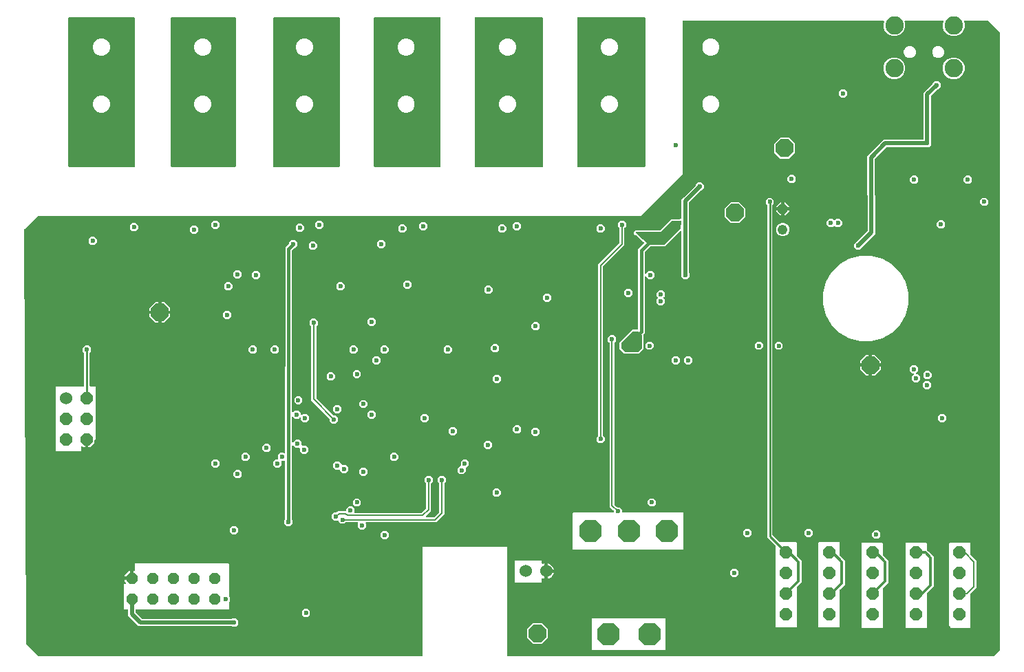
<source format=gbr>
G04 EAGLE Gerber RS-274X export*
G75*
%MOMM*%
%FSLAX34Y34*%
%LPD*%
%INBottom Copper*%
%IPPOS*%
%AMOC8*
5,1,8,0,0,1.08239X$1,22.5*%
G01*
%ADD10P,1.649562X8X112.500000*%
%ADD11C,2.250000*%
%ADD12P,2.336880X8X22.500000*%
%ADD13P,1.484606X8X202.500000*%
%ADD14C,1.524000*%
%ADD15P,1.649562X8X292.500000*%
%ADD16P,2.336880X8X202.500000*%
%ADD17P,1.319650X8X112.500000*%
%ADD18C,1.219200*%
%ADD19P,3.010451X8X112.500000*%
%ADD20C,0.600000*%
%ADD21C,0.508000*%
%ADD22C,0.304800*%
%ADD23C,0.254000*%
%ADD24C,0.203200*%
%ADD25C,0.406400*%

G36*
X512058Y10993D02*
X512058Y10993D01*
X512116Y10991D01*
X512198Y11013D01*
X512282Y11025D01*
X512335Y11049D01*
X512391Y11063D01*
X512464Y11106D01*
X512541Y11141D01*
X512586Y11179D01*
X512636Y11209D01*
X512694Y11270D01*
X512758Y11325D01*
X512790Y11373D01*
X512830Y11416D01*
X512869Y11491D01*
X512916Y11561D01*
X512933Y11617D01*
X512960Y11669D01*
X512971Y11737D01*
X513001Y11832D01*
X513004Y11932D01*
X513015Y12000D01*
X513015Y144985D01*
X616985Y144985D01*
X616985Y12000D01*
X616993Y11942D01*
X616991Y11884D01*
X617013Y11802D01*
X617025Y11719D01*
X617049Y11665D01*
X617063Y11609D01*
X617106Y11536D01*
X617141Y11459D01*
X617179Y11414D01*
X617209Y11364D01*
X617270Y11306D01*
X617325Y11242D01*
X617373Y11210D01*
X617416Y11170D01*
X617491Y11131D01*
X617561Y11085D01*
X617617Y11067D01*
X617669Y11040D01*
X617737Y11029D01*
X617832Y10999D01*
X617932Y10996D01*
X618000Y10985D01*
X1216000Y10985D01*
X1216087Y10997D01*
X1216174Y11000D01*
X1216227Y11017D01*
X1216282Y11025D01*
X1216361Y11060D01*
X1216445Y11087D01*
X1216484Y11115D01*
X1216541Y11141D01*
X1216654Y11237D01*
X1216718Y11282D01*
X1222718Y17282D01*
X1222770Y17352D01*
X1222830Y17416D01*
X1222856Y17465D01*
X1222889Y17509D01*
X1222920Y17591D01*
X1222960Y17669D01*
X1222968Y17717D01*
X1222990Y17775D01*
X1223002Y17923D01*
X1223015Y18000D01*
X1223015Y778000D01*
X1223003Y778087D01*
X1223000Y778174D01*
X1222983Y778227D01*
X1222975Y778282D01*
X1222940Y778361D01*
X1222913Y778445D01*
X1222885Y778484D01*
X1222859Y778541D01*
X1222763Y778654D01*
X1222718Y778718D01*
X1208718Y792718D01*
X1208648Y792770D01*
X1208584Y792830D01*
X1208535Y792856D01*
X1208491Y792889D01*
X1208409Y792920D01*
X1208331Y792960D01*
X1208284Y792968D01*
X1208225Y792990D01*
X1208077Y793002D01*
X1208000Y793015D01*
X1179923Y793015D01*
X1179809Y792999D01*
X1179695Y792989D01*
X1179669Y792979D01*
X1179642Y792975D01*
X1179537Y792928D01*
X1179430Y792887D01*
X1179408Y792871D01*
X1179382Y792859D01*
X1179295Y792785D01*
X1179203Y792716D01*
X1179187Y792693D01*
X1179165Y792676D01*
X1179102Y792580D01*
X1179033Y792488D01*
X1179023Y792462D01*
X1179008Y792439D01*
X1178973Y792329D01*
X1178933Y792222D01*
X1178930Y792194D01*
X1178922Y792168D01*
X1178919Y792053D01*
X1178910Y791939D01*
X1178915Y791914D01*
X1178915Y791884D01*
X1178982Y791627D01*
X1178985Y791611D01*
X1179601Y790126D01*
X1179601Y784834D01*
X1177576Y779946D01*
X1173834Y776204D01*
X1168946Y774179D01*
X1163654Y774179D01*
X1158766Y776204D01*
X1155024Y779946D01*
X1152999Y784834D01*
X1152999Y790126D01*
X1153615Y791611D01*
X1153643Y791723D01*
X1153678Y791832D01*
X1153679Y791860D01*
X1153686Y791887D01*
X1153682Y792001D01*
X1153685Y792116D01*
X1153678Y792143D01*
X1153677Y792171D01*
X1153642Y792280D01*
X1153613Y792391D01*
X1153599Y792415D01*
X1153591Y792442D01*
X1153527Y792537D01*
X1153468Y792636D01*
X1153448Y792655D01*
X1153433Y792678D01*
X1153345Y792752D01*
X1153261Y792830D01*
X1153236Y792843D01*
X1153215Y792861D01*
X1153110Y792908D01*
X1153008Y792960D01*
X1152983Y792964D01*
X1152955Y792976D01*
X1152692Y793013D01*
X1152677Y793015D01*
X1106923Y793015D01*
X1106809Y792999D01*
X1106695Y792989D01*
X1106669Y792979D01*
X1106642Y792975D01*
X1106537Y792928D01*
X1106430Y792887D01*
X1106408Y792871D01*
X1106382Y792859D01*
X1106295Y792785D01*
X1106203Y792716D01*
X1106187Y792693D01*
X1106165Y792676D01*
X1106102Y792580D01*
X1106033Y792488D01*
X1106023Y792462D01*
X1106008Y792439D01*
X1105973Y792329D01*
X1105933Y792222D01*
X1105930Y792194D01*
X1105922Y792168D01*
X1105919Y792053D01*
X1105910Y791939D01*
X1105915Y791914D01*
X1105915Y791884D01*
X1105982Y791627D01*
X1105985Y791611D01*
X1106601Y790126D01*
X1106601Y784834D01*
X1104576Y779946D01*
X1100834Y776204D01*
X1095946Y774179D01*
X1090654Y774179D01*
X1085766Y776204D01*
X1082024Y779946D01*
X1079999Y784834D01*
X1079999Y790126D01*
X1080615Y791611D01*
X1080643Y791723D01*
X1080678Y791832D01*
X1080679Y791860D01*
X1080686Y791887D01*
X1080682Y792001D01*
X1080685Y792116D01*
X1080678Y792143D01*
X1080677Y792171D01*
X1080642Y792280D01*
X1080613Y792391D01*
X1080599Y792415D01*
X1080591Y792442D01*
X1080527Y792537D01*
X1080468Y792636D01*
X1080448Y792655D01*
X1080433Y792678D01*
X1080345Y792752D01*
X1080261Y792830D01*
X1080236Y792843D01*
X1080215Y792861D01*
X1080110Y792908D01*
X1080008Y792960D01*
X1079983Y792964D01*
X1079955Y792976D01*
X1079692Y793013D01*
X1079677Y793015D01*
X834000Y793015D01*
X833942Y793007D01*
X833884Y793009D01*
X833802Y792987D01*
X833719Y792975D01*
X833665Y792952D01*
X833609Y792937D01*
X833536Y792894D01*
X833459Y792859D01*
X833414Y792821D01*
X833364Y792792D01*
X833306Y792730D01*
X833242Y792676D01*
X833210Y792627D01*
X833170Y792584D01*
X833131Y792509D01*
X833085Y792439D01*
X833067Y792383D01*
X833040Y792331D01*
X833029Y792263D01*
X832999Y792168D01*
X832996Y792068D01*
X832985Y792000D01*
X832985Y604421D01*
X781580Y553015D01*
X40000Y553015D01*
X39913Y553003D01*
X39826Y553000D01*
X39773Y552983D01*
X39719Y552975D01*
X39639Y552940D01*
X39555Y552913D01*
X39516Y552885D01*
X39459Y552859D01*
X39346Y552763D01*
X39282Y552718D01*
X23282Y536718D01*
X23229Y536647D01*
X23167Y536581D01*
X23143Y536533D01*
X23111Y536491D01*
X23079Y536407D01*
X23039Y536327D01*
X23031Y536281D01*
X23010Y536225D01*
X22997Y536073D01*
X22985Y535996D01*
X24985Y25996D01*
X24997Y25911D01*
X25000Y25826D01*
X25017Y25772D01*
X25026Y25715D01*
X25061Y25637D01*
X25087Y25555D01*
X25116Y25515D01*
X25143Y25456D01*
X25237Y25346D01*
X25282Y25282D01*
X39282Y11282D01*
X39352Y11230D01*
X39416Y11170D01*
X39465Y11144D01*
X39509Y11111D01*
X39591Y11080D01*
X39669Y11040D01*
X39717Y11032D01*
X39775Y11010D01*
X39923Y10998D01*
X40000Y10985D01*
X512000Y10985D01*
X512058Y10993D01*
G37*
G36*
X786058Y612993D02*
X786058Y612993D01*
X786116Y612991D01*
X786198Y613013D01*
X786282Y613025D01*
X786335Y613049D01*
X786391Y613063D01*
X786464Y613106D01*
X786541Y613141D01*
X786586Y613179D01*
X786636Y613209D01*
X786694Y613270D01*
X786758Y613325D01*
X786790Y613373D01*
X786830Y613416D01*
X786869Y613491D01*
X786916Y613561D01*
X786933Y613617D01*
X786960Y613669D01*
X786971Y613737D01*
X787001Y613832D01*
X787004Y613932D01*
X787015Y614000D01*
X787015Y796000D01*
X787007Y796058D01*
X787009Y796116D01*
X786987Y796198D01*
X786975Y796282D01*
X786952Y796335D01*
X786937Y796391D01*
X786894Y796464D01*
X786859Y796541D01*
X786821Y796586D01*
X786792Y796636D01*
X786730Y796694D01*
X786676Y796758D01*
X786627Y796790D01*
X786584Y796830D01*
X786509Y796869D01*
X786439Y796916D01*
X786383Y796933D01*
X786331Y796960D01*
X786263Y796971D01*
X786168Y797001D01*
X786068Y797004D01*
X786000Y797015D01*
X704000Y797015D01*
X703942Y797007D01*
X703884Y797009D01*
X703802Y796987D01*
X703719Y796975D01*
X703665Y796952D01*
X703609Y796937D01*
X703536Y796894D01*
X703459Y796859D01*
X703414Y796821D01*
X703364Y796792D01*
X703306Y796730D01*
X703242Y796676D01*
X703210Y796627D01*
X703170Y796584D01*
X703131Y796509D01*
X703085Y796439D01*
X703067Y796383D01*
X703040Y796331D01*
X703029Y796263D01*
X702999Y796168D01*
X702996Y796068D01*
X702985Y796000D01*
X702985Y614000D01*
X702993Y613942D01*
X702991Y613884D01*
X703013Y613802D01*
X703025Y613719D01*
X703049Y613665D01*
X703063Y613609D01*
X703106Y613536D01*
X703141Y613459D01*
X703179Y613414D01*
X703209Y613364D01*
X703270Y613306D01*
X703325Y613242D01*
X703373Y613210D01*
X703416Y613170D01*
X703491Y613131D01*
X703561Y613085D01*
X703617Y613067D01*
X703669Y613040D01*
X703737Y613029D01*
X703832Y612999D01*
X703932Y612996D01*
X704000Y612985D01*
X786000Y612985D01*
X786058Y612993D01*
G37*
G36*
X660058Y612993D02*
X660058Y612993D01*
X660116Y612991D01*
X660198Y613013D01*
X660282Y613025D01*
X660335Y613049D01*
X660391Y613063D01*
X660464Y613106D01*
X660541Y613141D01*
X660586Y613179D01*
X660636Y613209D01*
X660694Y613270D01*
X660758Y613325D01*
X660790Y613373D01*
X660830Y613416D01*
X660869Y613491D01*
X660916Y613561D01*
X660933Y613617D01*
X660960Y613669D01*
X660971Y613737D01*
X661001Y613832D01*
X661004Y613932D01*
X661015Y614000D01*
X661015Y796000D01*
X661007Y796058D01*
X661009Y796116D01*
X660987Y796198D01*
X660975Y796282D01*
X660952Y796335D01*
X660937Y796391D01*
X660894Y796464D01*
X660859Y796541D01*
X660821Y796586D01*
X660792Y796636D01*
X660730Y796694D01*
X660676Y796758D01*
X660627Y796790D01*
X660584Y796830D01*
X660509Y796869D01*
X660439Y796916D01*
X660383Y796933D01*
X660331Y796960D01*
X660263Y796971D01*
X660168Y797001D01*
X660068Y797004D01*
X660000Y797015D01*
X578000Y797015D01*
X577942Y797007D01*
X577884Y797009D01*
X577802Y796987D01*
X577719Y796975D01*
X577665Y796952D01*
X577609Y796937D01*
X577536Y796894D01*
X577459Y796859D01*
X577414Y796821D01*
X577364Y796792D01*
X577306Y796730D01*
X577242Y796676D01*
X577210Y796627D01*
X577170Y796584D01*
X577131Y796509D01*
X577085Y796439D01*
X577067Y796383D01*
X577040Y796331D01*
X577029Y796263D01*
X576999Y796168D01*
X576996Y796068D01*
X576985Y796000D01*
X576985Y614000D01*
X576993Y613942D01*
X576991Y613884D01*
X577013Y613802D01*
X577025Y613719D01*
X577049Y613665D01*
X577063Y613609D01*
X577106Y613536D01*
X577141Y613459D01*
X577179Y613414D01*
X577209Y613364D01*
X577270Y613306D01*
X577325Y613242D01*
X577373Y613210D01*
X577416Y613170D01*
X577491Y613131D01*
X577561Y613085D01*
X577617Y613067D01*
X577669Y613040D01*
X577737Y613029D01*
X577832Y612999D01*
X577932Y612996D01*
X578000Y612985D01*
X660000Y612985D01*
X660058Y612993D01*
G37*
G36*
X158058Y612993D02*
X158058Y612993D01*
X158116Y612991D01*
X158198Y613013D01*
X158282Y613025D01*
X158335Y613049D01*
X158391Y613063D01*
X158464Y613106D01*
X158541Y613141D01*
X158586Y613179D01*
X158636Y613209D01*
X158694Y613270D01*
X158758Y613325D01*
X158790Y613373D01*
X158830Y613416D01*
X158869Y613491D01*
X158916Y613561D01*
X158933Y613617D01*
X158960Y613669D01*
X158971Y613737D01*
X159001Y613832D01*
X159004Y613932D01*
X159015Y614000D01*
X159015Y796000D01*
X159007Y796058D01*
X159009Y796116D01*
X158987Y796198D01*
X158975Y796282D01*
X158952Y796335D01*
X158937Y796391D01*
X158894Y796464D01*
X158859Y796541D01*
X158821Y796586D01*
X158792Y796636D01*
X158730Y796694D01*
X158676Y796758D01*
X158627Y796790D01*
X158584Y796830D01*
X158509Y796869D01*
X158439Y796916D01*
X158383Y796933D01*
X158331Y796960D01*
X158263Y796971D01*
X158168Y797001D01*
X158068Y797004D01*
X158000Y797015D01*
X78000Y797015D01*
X77942Y797007D01*
X77884Y797009D01*
X77802Y796987D01*
X77719Y796975D01*
X77665Y796952D01*
X77609Y796937D01*
X77536Y796894D01*
X77459Y796859D01*
X77414Y796821D01*
X77364Y796792D01*
X77306Y796730D01*
X77242Y796676D01*
X77210Y796627D01*
X77170Y796584D01*
X77131Y796509D01*
X77085Y796439D01*
X77067Y796383D01*
X77040Y796331D01*
X77029Y796263D01*
X76999Y796168D01*
X76996Y796068D01*
X76985Y796000D01*
X76985Y614000D01*
X76993Y613942D01*
X76991Y613884D01*
X77013Y613802D01*
X77025Y613719D01*
X77049Y613665D01*
X77063Y613609D01*
X77106Y613536D01*
X77141Y613459D01*
X77179Y613414D01*
X77209Y613364D01*
X77270Y613306D01*
X77325Y613242D01*
X77373Y613210D01*
X77416Y613170D01*
X77491Y613131D01*
X77561Y613085D01*
X77617Y613067D01*
X77669Y613040D01*
X77737Y613029D01*
X77832Y612999D01*
X77932Y612996D01*
X78000Y612985D01*
X158000Y612985D01*
X158058Y612993D01*
G37*
G36*
X410058Y612993D02*
X410058Y612993D01*
X410116Y612991D01*
X410198Y613013D01*
X410282Y613025D01*
X410335Y613049D01*
X410391Y613063D01*
X410464Y613106D01*
X410541Y613141D01*
X410586Y613179D01*
X410636Y613209D01*
X410694Y613270D01*
X410758Y613325D01*
X410790Y613373D01*
X410830Y613416D01*
X410869Y613491D01*
X410916Y613561D01*
X410933Y613617D01*
X410960Y613669D01*
X410971Y613737D01*
X411001Y613832D01*
X411004Y613932D01*
X411015Y614000D01*
X411015Y796000D01*
X411007Y796058D01*
X411009Y796116D01*
X410987Y796198D01*
X410975Y796282D01*
X410952Y796335D01*
X410937Y796391D01*
X410894Y796464D01*
X410859Y796541D01*
X410821Y796586D01*
X410792Y796636D01*
X410730Y796694D01*
X410676Y796758D01*
X410627Y796790D01*
X410584Y796830D01*
X410509Y796869D01*
X410439Y796916D01*
X410383Y796933D01*
X410331Y796960D01*
X410263Y796971D01*
X410168Y797001D01*
X410068Y797004D01*
X410000Y797015D01*
X330000Y797015D01*
X329942Y797007D01*
X329884Y797009D01*
X329802Y796987D01*
X329719Y796975D01*
X329665Y796952D01*
X329609Y796937D01*
X329536Y796894D01*
X329459Y796859D01*
X329414Y796821D01*
X329364Y796792D01*
X329306Y796730D01*
X329242Y796676D01*
X329210Y796627D01*
X329170Y796584D01*
X329131Y796509D01*
X329085Y796439D01*
X329067Y796383D01*
X329040Y796331D01*
X329029Y796263D01*
X328999Y796168D01*
X328996Y796068D01*
X328985Y796000D01*
X328985Y614000D01*
X328993Y613942D01*
X328991Y613884D01*
X329013Y613802D01*
X329025Y613719D01*
X329049Y613665D01*
X329063Y613609D01*
X329106Y613536D01*
X329141Y613459D01*
X329179Y613414D01*
X329209Y613364D01*
X329270Y613306D01*
X329325Y613242D01*
X329373Y613210D01*
X329416Y613170D01*
X329491Y613131D01*
X329561Y613085D01*
X329617Y613067D01*
X329669Y613040D01*
X329737Y613029D01*
X329832Y612999D01*
X329932Y612996D01*
X330000Y612985D01*
X410000Y612985D01*
X410058Y612993D01*
G37*
G36*
X534058Y612993D02*
X534058Y612993D01*
X534116Y612991D01*
X534198Y613013D01*
X534282Y613025D01*
X534335Y613049D01*
X534391Y613063D01*
X534464Y613106D01*
X534541Y613141D01*
X534586Y613179D01*
X534636Y613209D01*
X534694Y613270D01*
X534758Y613325D01*
X534790Y613373D01*
X534830Y613416D01*
X534869Y613491D01*
X534916Y613561D01*
X534933Y613617D01*
X534960Y613669D01*
X534971Y613737D01*
X535001Y613832D01*
X535004Y613932D01*
X535015Y614000D01*
X535015Y796000D01*
X535007Y796058D01*
X535009Y796116D01*
X534987Y796198D01*
X534975Y796282D01*
X534952Y796335D01*
X534937Y796391D01*
X534894Y796464D01*
X534859Y796541D01*
X534821Y796586D01*
X534792Y796636D01*
X534730Y796694D01*
X534676Y796758D01*
X534627Y796790D01*
X534584Y796830D01*
X534509Y796869D01*
X534439Y796916D01*
X534383Y796933D01*
X534331Y796960D01*
X534263Y796971D01*
X534168Y797001D01*
X534068Y797004D01*
X534000Y797015D01*
X454000Y797015D01*
X453942Y797007D01*
X453884Y797009D01*
X453802Y796987D01*
X453719Y796975D01*
X453665Y796952D01*
X453609Y796937D01*
X453536Y796894D01*
X453459Y796859D01*
X453414Y796821D01*
X453364Y796792D01*
X453306Y796730D01*
X453242Y796676D01*
X453210Y796627D01*
X453170Y796584D01*
X453131Y796509D01*
X453085Y796439D01*
X453067Y796383D01*
X453040Y796331D01*
X453029Y796263D01*
X452999Y796168D01*
X452996Y796068D01*
X452985Y796000D01*
X452985Y614000D01*
X452993Y613942D01*
X452991Y613884D01*
X453013Y613802D01*
X453025Y613719D01*
X453049Y613665D01*
X453063Y613609D01*
X453106Y613536D01*
X453141Y613459D01*
X453179Y613414D01*
X453209Y613364D01*
X453270Y613306D01*
X453325Y613242D01*
X453373Y613210D01*
X453416Y613170D01*
X453491Y613131D01*
X453561Y613085D01*
X453617Y613067D01*
X453669Y613040D01*
X453737Y613029D01*
X453832Y612999D01*
X453932Y612996D01*
X454000Y612985D01*
X534000Y612985D01*
X534058Y612993D01*
G37*
G36*
X282058Y612993D02*
X282058Y612993D01*
X282116Y612991D01*
X282198Y613013D01*
X282282Y613025D01*
X282335Y613049D01*
X282391Y613063D01*
X282464Y613106D01*
X282541Y613141D01*
X282586Y613179D01*
X282636Y613209D01*
X282694Y613270D01*
X282758Y613325D01*
X282790Y613373D01*
X282830Y613416D01*
X282869Y613491D01*
X282916Y613561D01*
X282933Y613617D01*
X282960Y613669D01*
X282971Y613737D01*
X283001Y613832D01*
X283004Y613932D01*
X283015Y614000D01*
X283015Y796000D01*
X283007Y796058D01*
X283009Y796116D01*
X282987Y796198D01*
X282975Y796282D01*
X282952Y796335D01*
X282937Y796391D01*
X282894Y796464D01*
X282859Y796541D01*
X282821Y796586D01*
X282792Y796636D01*
X282730Y796694D01*
X282676Y796758D01*
X282627Y796790D01*
X282584Y796830D01*
X282509Y796869D01*
X282439Y796916D01*
X282383Y796933D01*
X282331Y796960D01*
X282263Y796971D01*
X282168Y797001D01*
X282068Y797004D01*
X282000Y797015D01*
X204000Y797015D01*
X203942Y797007D01*
X203884Y797009D01*
X203802Y796987D01*
X203719Y796975D01*
X203665Y796952D01*
X203609Y796937D01*
X203536Y796894D01*
X203459Y796859D01*
X203414Y796821D01*
X203364Y796792D01*
X203306Y796730D01*
X203242Y796676D01*
X203210Y796627D01*
X203170Y796584D01*
X203131Y796509D01*
X203085Y796439D01*
X203067Y796383D01*
X203040Y796331D01*
X203029Y796263D01*
X202999Y796168D01*
X202996Y796068D01*
X202985Y796000D01*
X202985Y614000D01*
X202993Y613942D01*
X202991Y613884D01*
X203013Y613802D01*
X203025Y613719D01*
X203049Y613665D01*
X203063Y613609D01*
X203106Y613536D01*
X203141Y613459D01*
X203179Y613414D01*
X203209Y613364D01*
X203270Y613306D01*
X203325Y613242D01*
X203373Y613210D01*
X203416Y613170D01*
X203491Y613131D01*
X203561Y613085D01*
X203617Y613067D01*
X203669Y613040D01*
X203737Y613029D01*
X203832Y612999D01*
X203932Y612996D01*
X204000Y612985D01*
X282000Y612985D01*
X282058Y612993D01*
G37*
%LPC*%
G36*
X1051088Y398499D02*
X1051088Y398499D01*
X1037735Y402077D01*
X1025764Y408989D01*
X1015989Y418764D01*
X1009077Y430735D01*
X1005499Y444088D01*
X1005499Y457912D01*
X1009077Y471265D01*
X1015989Y483236D01*
X1025764Y493011D01*
X1037735Y499923D01*
X1051088Y503501D01*
X1064912Y503501D01*
X1078265Y499923D01*
X1090236Y493011D01*
X1100011Y483236D01*
X1106923Y471265D01*
X1110501Y457912D01*
X1110501Y444088D01*
X1106923Y430735D01*
X1100011Y418764D01*
X1090236Y408989D01*
X1078265Y402077D01*
X1064912Y398499D01*
X1051088Y398499D01*
G37*
%LPD*%
%LPC*%
G36*
X279060Y47065D02*
X279060Y47065D01*
X278713Y47412D01*
X278643Y47464D01*
X278579Y47524D01*
X278530Y47550D01*
X278486Y47583D01*
X278404Y47614D01*
X278326Y47654D01*
X278279Y47662D01*
X278220Y47684D01*
X278073Y47696D01*
X277995Y47709D01*
X163428Y47709D01*
X150739Y60398D01*
X150739Y67464D01*
X150731Y67522D01*
X150733Y67580D01*
X150711Y67662D01*
X150699Y67746D01*
X150676Y67799D01*
X150661Y67855D01*
X150618Y67928D01*
X150583Y68005D01*
X150545Y68050D01*
X150516Y68100D01*
X150454Y68158D01*
X150400Y68222D01*
X150351Y68254D01*
X150308Y68294D01*
X150233Y68333D01*
X150163Y68380D01*
X150107Y68397D01*
X150055Y68424D01*
X149987Y68435D01*
X149892Y68465D01*
X149792Y68468D01*
X149724Y68479D01*
X145909Y68479D01*
X145611Y68777D01*
X145611Y99679D01*
X145909Y99977D01*
X147074Y99977D01*
X147103Y99981D01*
X147132Y99978D01*
X147243Y100001D01*
X147356Y100017D01*
X147382Y100029D01*
X147411Y100034D01*
X147512Y100087D01*
X147615Y100133D01*
X147637Y100152D01*
X147663Y100165D01*
X147746Y100243D01*
X147832Y100316D01*
X147848Y100341D01*
X147870Y100361D01*
X147927Y100459D01*
X147990Y100553D01*
X147999Y100581D01*
X148013Y100606D01*
X148041Y100716D01*
X148075Y100824D01*
X148076Y100854D01*
X148083Y100882D01*
X148080Y100995D01*
X148083Y101108D01*
X148075Y101137D01*
X148074Y101166D01*
X148039Y101274D01*
X148011Y101383D01*
X147996Y101409D01*
X147987Y101437D01*
X147941Y101501D01*
X147866Y101628D01*
X147820Y101671D01*
X147792Y101710D01*
X146471Y103031D01*
X146471Y104669D01*
X154314Y104669D01*
X154372Y104677D01*
X154430Y104675D01*
X154512Y104697D01*
X154595Y104709D01*
X154649Y104733D01*
X154705Y104747D01*
X154778Y104790D01*
X154855Y104825D01*
X154899Y104863D01*
X154950Y104893D01*
X155007Y104954D01*
X155072Y105009D01*
X155104Y105057D01*
X155144Y105100D01*
X155183Y105175D01*
X155229Y105245D01*
X155247Y105301D01*
X155274Y105353D01*
X155285Y105421D01*
X155315Y105516D01*
X155318Y105616D01*
X155329Y105684D01*
X155329Y106701D01*
X156346Y106701D01*
X156404Y106709D01*
X156462Y106708D01*
X156544Y106729D01*
X156627Y106741D01*
X156681Y106765D01*
X156737Y106779D01*
X156810Y106822D01*
X156887Y106857D01*
X156932Y106895D01*
X156982Y106925D01*
X157040Y106986D01*
X157104Y107041D01*
X157136Y107089D01*
X157176Y107132D01*
X157215Y107207D01*
X157261Y107277D01*
X157279Y107333D01*
X157306Y107385D01*
X157317Y107453D01*
X157347Y107548D01*
X157350Y107648D01*
X157361Y107716D01*
X157361Y115559D01*
X157957Y115559D01*
X158037Y115570D01*
X158118Y115572D01*
X158177Y115590D01*
X158238Y115599D01*
X158312Y115632D01*
X158389Y115656D01*
X158441Y115690D01*
X158498Y115715D01*
X158559Y115767D01*
X158627Y115811D01*
X158667Y115858D01*
X158715Y115898D01*
X158759Y115966D01*
X158812Y116027D01*
X158838Y116083D01*
X158872Y116135D01*
X158897Y116212D01*
X158930Y116286D01*
X158937Y116339D01*
X158958Y116406D01*
X158961Y116541D01*
X158971Y116619D01*
X158661Y123586D01*
X158649Y123650D01*
X158647Y123716D01*
X158634Y123755D01*
X158634Y124166D01*
X158631Y124191D01*
X158633Y124211D01*
X158625Y124401D01*
X158760Y124536D01*
X158775Y124556D01*
X158791Y124568D01*
X158919Y124709D01*
X159109Y124709D01*
X159134Y124712D01*
X159154Y124710D01*
X159547Y124727D01*
X159554Y124725D01*
X159663Y124721D01*
X159735Y124709D01*
X274267Y124709D01*
X274565Y124411D01*
X274565Y84999D01*
X274577Y84912D01*
X274580Y84825D01*
X274597Y84772D01*
X274605Y84717D01*
X274640Y84637D01*
X274667Y84554D01*
X274695Y84515D01*
X274721Y84458D01*
X274817Y84345D01*
X274862Y84281D01*
X276051Y83092D01*
X276051Y78908D01*
X274862Y77719D01*
X274810Y77649D01*
X274750Y77586D01*
X274724Y77536D01*
X274691Y77492D01*
X274660Y77410D01*
X274620Y77332D01*
X274612Y77285D01*
X274590Y77226D01*
X274585Y77163D01*
X274579Y77144D01*
X274577Y77074D01*
X274565Y77001D01*
X274565Y68777D01*
X274267Y68479D01*
X160936Y68479D01*
X160878Y68471D01*
X160820Y68473D01*
X160738Y68451D01*
X160654Y68439D01*
X160601Y68416D01*
X160545Y68401D01*
X160472Y68358D01*
X160395Y68323D01*
X160350Y68285D01*
X160300Y68256D01*
X160242Y68194D01*
X160178Y68140D01*
X160146Y68091D01*
X160106Y68048D01*
X160067Y67973D01*
X160020Y67903D01*
X160003Y67847D01*
X159976Y67795D01*
X159965Y67727D01*
X159935Y67632D01*
X159932Y67532D01*
X159921Y67464D01*
X159921Y64622D01*
X159933Y64535D01*
X159936Y64448D01*
X159953Y64395D01*
X159961Y64341D01*
X159996Y64261D01*
X160023Y64178D01*
X160051Y64138D01*
X160077Y64081D01*
X160173Y63968D01*
X160218Y63904D01*
X166934Y57188D01*
X167004Y57136D01*
X167068Y57076D01*
X167117Y57050D01*
X167161Y57017D01*
X167243Y56986D01*
X167321Y56946D01*
X167369Y56938D01*
X167427Y56916D01*
X167575Y56904D01*
X167652Y56891D01*
X278364Y56891D01*
X278450Y56903D01*
X278538Y56906D01*
X278590Y56923D01*
X278645Y56931D01*
X278725Y56966D01*
X278808Y56993D01*
X278847Y57021D01*
X278904Y57047D01*
X279018Y57143D01*
X279051Y57167D01*
X283244Y57167D01*
X286203Y54208D01*
X286203Y50024D01*
X283244Y47065D01*
X279060Y47065D01*
G37*
%LPD*%
%LPC*%
G36*
X698068Y142197D02*
X698068Y142197D01*
X697621Y142644D01*
X697621Y187212D01*
X698068Y187659D01*
X746934Y187659D01*
X746992Y187667D01*
X747050Y187665D01*
X747132Y187687D01*
X747216Y187699D01*
X747269Y187722D01*
X747325Y187737D01*
X747398Y187780D01*
X747475Y187815D01*
X747520Y187853D01*
X747570Y187882D01*
X747628Y187944D01*
X747692Y187998D01*
X747724Y188047D01*
X747764Y188090D01*
X747803Y188165D01*
X747850Y188235D01*
X747867Y188291D01*
X747894Y188343D01*
X747905Y188411D01*
X747935Y188506D01*
X747938Y188606D01*
X747949Y188674D01*
X747949Y189293D01*
X747937Y189380D01*
X747934Y189467D01*
X747917Y189520D01*
X747909Y189575D01*
X747874Y189654D01*
X747847Y189738D01*
X747819Y189777D01*
X747793Y189834D01*
X747697Y189947D01*
X747652Y190011D01*
X742933Y194730D01*
X742933Y396503D01*
X742921Y396590D01*
X742918Y396677D01*
X742901Y396730D01*
X742893Y396785D01*
X742858Y396865D01*
X742831Y396948D01*
X742803Y396987D01*
X742777Y397044D01*
X742681Y397158D01*
X742636Y397221D01*
X740949Y398908D01*
X740949Y403092D01*
X743908Y406051D01*
X748092Y406051D01*
X751051Y403092D01*
X751051Y398908D01*
X749364Y397221D01*
X749312Y397152D01*
X749252Y397088D01*
X749226Y397038D01*
X749193Y396994D01*
X749162Y396912D01*
X749122Y396834D01*
X749114Y396787D01*
X749092Y396728D01*
X749080Y396581D01*
X749067Y396503D01*
X749067Y197691D01*
X749079Y197604D01*
X749082Y197517D01*
X749099Y197464D01*
X749107Y197409D01*
X749142Y197330D01*
X749169Y197246D01*
X749197Y197207D01*
X749223Y197150D01*
X749319Y197037D01*
X749364Y196973D01*
X751989Y194348D01*
X752059Y194296D01*
X752123Y194236D01*
X752172Y194210D01*
X752216Y194177D01*
X752298Y194146D01*
X752376Y194106D01*
X752423Y194098D01*
X752482Y194076D01*
X752629Y194064D01*
X752707Y194051D01*
X755092Y194051D01*
X758051Y191092D01*
X758051Y188674D01*
X758059Y188616D01*
X758057Y188558D01*
X758079Y188476D01*
X758091Y188392D01*
X758114Y188339D01*
X758129Y188283D01*
X758172Y188210D01*
X758207Y188133D01*
X758245Y188088D01*
X758274Y188038D01*
X758336Y187980D01*
X758390Y187916D01*
X758439Y187884D01*
X758482Y187844D01*
X758557Y187805D01*
X758627Y187758D01*
X758683Y187741D01*
X758735Y187714D01*
X758803Y187703D01*
X758898Y187673D01*
X758998Y187670D01*
X759066Y187659D01*
X833596Y187659D01*
X834043Y187212D01*
X834043Y142644D01*
X833596Y142197D01*
X698068Y142197D01*
G37*
%LPD*%
%LPC*%
G36*
X947496Y45997D02*
X947496Y45997D01*
X947049Y46444D01*
X947049Y146264D01*
X947037Y146351D01*
X947034Y146438D01*
X947017Y146491D01*
X947009Y146545D01*
X946974Y146625D01*
X946947Y146708D01*
X946919Y146748D01*
X946893Y146805D01*
X946797Y146918D01*
X946752Y146982D01*
X936679Y157054D01*
X936679Y565757D01*
X936667Y565844D01*
X936664Y565931D01*
X936647Y565984D01*
X936639Y566039D01*
X936604Y566119D01*
X936577Y566202D01*
X936549Y566241D01*
X936523Y566298D01*
X936427Y566412D01*
X936382Y566475D01*
X934949Y567908D01*
X934949Y572092D01*
X937908Y575051D01*
X942092Y575051D01*
X945051Y572092D01*
X945051Y567908D01*
X943618Y566475D01*
X943566Y566406D01*
X943506Y566342D01*
X943480Y566292D01*
X943447Y566248D01*
X943416Y566166D01*
X943376Y566088D01*
X943368Y566041D01*
X943346Y565982D01*
X943334Y565835D01*
X943321Y565757D01*
X943321Y160226D01*
X943329Y160168D01*
X943327Y160110D01*
X943335Y160082D01*
X943336Y160052D01*
X943353Y159999D01*
X943361Y159945D01*
X943385Y159891D01*
X943399Y159835D01*
X943414Y159810D01*
X943423Y159782D01*
X943451Y159742D01*
X943477Y159685D01*
X943516Y159639D01*
X943544Y159591D01*
X943589Y159549D01*
X943618Y159508D01*
X951934Y151192D01*
X952004Y151140D01*
X952068Y151080D01*
X952117Y151054D01*
X952161Y151021D01*
X952243Y150990D01*
X952321Y150950D01*
X952369Y150942D01*
X952427Y150920D01*
X952575Y150908D01*
X952652Y150895D01*
X972788Y150895D01*
X973235Y150448D01*
X973235Y134601D01*
X973247Y134515D01*
X973250Y134427D01*
X973267Y134375D01*
X973275Y134320D01*
X973310Y134240D01*
X973337Y134157D01*
X973365Y134117D01*
X973391Y134060D01*
X973487Y133947D01*
X973532Y133883D01*
X976543Y130872D01*
X978935Y128481D01*
X978935Y101389D01*
X973532Y95987D01*
X973480Y95917D01*
X973420Y95853D01*
X973394Y95804D01*
X973361Y95759D01*
X973335Y95689D01*
X973334Y95689D01*
X973330Y95678D01*
X973290Y95600D01*
X973282Y95552D01*
X973260Y95494D01*
X973255Y95440D01*
X973249Y95418D01*
X973247Y95340D01*
X973235Y95269D01*
X973235Y46444D01*
X972788Y45997D01*
X947496Y45997D01*
G37*
%LPD*%
%LPC*%
G36*
X61684Y263237D02*
X61684Y263237D01*
X61237Y263684D01*
X61237Y342316D01*
X61684Y342763D01*
X95664Y342763D01*
X95722Y342771D01*
X95780Y342769D01*
X95862Y342791D01*
X95946Y342803D01*
X95999Y342826D01*
X96055Y342841D01*
X96128Y342884D01*
X96205Y342919D01*
X96250Y342957D01*
X96300Y342986D01*
X96358Y343048D01*
X96422Y343102D01*
X96454Y343151D01*
X96494Y343194D01*
X96533Y343269D01*
X96580Y343339D01*
X96597Y343395D01*
X96624Y343447D01*
X96635Y343515D01*
X96665Y343610D01*
X96668Y343710D01*
X96679Y343778D01*
X96679Y383757D01*
X96667Y383844D01*
X96664Y383931D01*
X96647Y383984D01*
X96639Y384039D01*
X96604Y384119D01*
X96577Y384202D01*
X96549Y384241D01*
X96523Y384298D01*
X96427Y384412D01*
X96382Y384475D01*
X94949Y385908D01*
X94949Y390092D01*
X97908Y393051D01*
X102092Y393051D01*
X105051Y390092D01*
X105051Y385908D01*
X103618Y384475D01*
X103566Y384406D01*
X103506Y384342D01*
X103480Y384292D01*
X103447Y384248D01*
X103416Y384166D01*
X103376Y384088D01*
X103368Y384041D01*
X103346Y383982D01*
X103334Y383835D01*
X103321Y383757D01*
X103321Y343778D01*
X103329Y343720D01*
X103327Y343662D01*
X103349Y343580D01*
X103361Y343496D01*
X103384Y343443D01*
X103399Y343387D01*
X103442Y343314D01*
X103477Y343237D01*
X103515Y343192D01*
X103544Y343142D01*
X103606Y343084D01*
X103660Y343020D01*
X103709Y342988D01*
X103752Y342948D01*
X103827Y342909D01*
X103897Y342862D01*
X103953Y342845D01*
X104005Y342818D01*
X104073Y342807D01*
X104168Y342777D01*
X104268Y342774D01*
X104336Y342763D01*
X110316Y342763D01*
X110763Y342316D01*
X110763Y277556D01*
X110313Y277106D01*
X110278Y277101D01*
X110220Y277103D01*
X110138Y277081D01*
X110054Y277069D01*
X110001Y277046D01*
X109945Y277031D01*
X109872Y276988D01*
X109795Y276953D01*
X109750Y276915D01*
X109700Y276886D01*
X109642Y276824D01*
X109578Y276770D01*
X109546Y276721D01*
X109506Y276678D01*
X109467Y276603D01*
X109420Y276533D01*
X109403Y276477D01*
X109376Y276425D01*
X109365Y276357D01*
X109335Y276262D01*
X109332Y276162D01*
X109321Y276094D01*
X109321Y273615D01*
X103685Y267979D01*
X101731Y267979D01*
X101731Y276094D01*
X101723Y276152D01*
X101725Y276210D01*
X101703Y276292D01*
X101691Y276376D01*
X101667Y276429D01*
X101653Y276485D01*
X101610Y276558D01*
X101575Y276635D01*
X101537Y276680D01*
X101507Y276730D01*
X101446Y276788D01*
X101391Y276852D01*
X101343Y276884D01*
X101300Y276924D01*
X101225Y276963D01*
X101155Y277010D01*
X101099Y277027D01*
X101047Y277054D01*
X100979Y277065D01*
X100884Y277095D01*
X100784Y277098D01*
X100716Y277109D01*
X98684Y277109D01*
X98626Y277101D01*
X98568Y277103D01*
X98486Y277081D01*
X98403Y277069D01*
X98349Y277046D01*
X98293Y277031D01*
X98220Y276988D01*
X98143Y276953D01*
X98098Y276915D01*
X98048Y276886D01*
X97990Y276824D01*
X97926Y276770D01*
X97894Y276721D01*
X97854Y276678D01*
X97815Y276603D01*
X97769Y276533D01*
X97751Y276477D01*
X97724Y276425D01*
X97713Y276357D01*
X97683Y276262D01*
X97680Y276162D01*
X97669Y276094D01*
X97669Y267979D01*
X95715Y267979D01*
X94496Y269198D01*
X94472Y269216D01*
X94453Y269238D01*
X94359Y269301D01*
X94269Y269369D01*
X94241Y269380D01*
X94217Y269396D01*
X94109Y269430D01*
X94003Y269470D01*
X93974Y269473D01*
X93946Y269482D01*
X93832Y269485D01*
X93720Y269494D01*
X93691Y269488D01*
X93662Y269489D01*
X93552Y269460D01*
X93441Y269438D01*
X93415Y269425D01*
X93387Y269417D01*
X93289Y269360D01*
X93189Y269307D01*
X93167Y269287D01*
X93142Y269272D01*
X93065Y269190D01*
X92983Y269111D01*
X92968Y269086D01*
X92948Y269065D01*
X92896Y268964D01*
X92839Y268866D01*
X92832Y268838D01*
X92818Y268812D01*
X92805Y268734D01*
X92769Y268591D01*
X92771Y268528D01*
X92763Y268480D01*
X92763Y263684D01*
X92316Y263237D01*
X61684Y263237D01*
G37*
%LPD*%
%LPC*%
G36*
X760835Y383187D02*
X760835Y383187D01*
X755187Y388835D01*
X755187Y397165D01*
X770835Y412813D01*
X776902Y412813D01*
X776960Y412821D01*
X777018Y412819D01*
X777100Y412841D01*
X777184Y412853D01*
X777237Y412876D01*
X777293Y412891D01*
X777366Y412934D01*
X777443Y412969D01*
X777488Y413007D01*
X777538Y413036D01*
X777596Y413098D01*
X777660Y413152D01*
X777692Y413201D01*
X777732Y413244D01*
X777771Y413319D01*
X777818Y413389D01*
X777835Y413445D01*
X777862Y413497D01*
X777873Y413565D01*
X777903Y413660D01*
X777906Y413760D01*
X777917Y413828D01*
X777917Y511691D01*
X780606Y514380D01*
X785085Y518859D01*
X785145Y518939D01*
X785212Y519013D01*
X785230Y519052D01*
X785256Y519086D01*
X785292Y519180D01*
X785335Y519269D01*
X785342Y519312D01*
X785357Y519352D01*
X785366Y519451D01*
X785382Y519550D01*
X785377Y519593D01*
X785381Y519635D01*
X785361Y519733D01*
X785350Y519832D01*
X785334Y519872D01*
X785325Y519914D01*
X785279Y520003D01*
X785241Y520095D01*
X785216Y520124D01*
X785194Y520166D01*
X785070Y520297D01*
X785024Y520351D01*
X774894Y528946D01*
X774856Y528971D01*
X774822Y529002D01*
X774736Y529046D01*
X774654Y529098D01*
X774610Y529111D01*
X774569Y529132D01*
X774526Y529139D01*
X773765Y529900D01*
X773728Y529928D01*
X773704Y529957D01*
X772892Y530645D01*
X772892Y530647D01*
X772869Y530688D01*
X772855Y530731D01*
X772830Y530767D01*
X772830Y531843D01*
X772824Y531889D01*
X772827Y531926D01*
X772740Y532987D01*
X772741Y532989D01*
X772754Y533033D01*
X772775Y533074D01*
X772782Y533117D01*
X773543Y533878D01*
X773571Y533915D01*
X773599Y533939D01*
X774288Y534751D01*
X774290Y534751D01*
X774330Y534773D01*
X774374Y534788D01*
X774409Y534813D01*
X775486Y534813D01*
X775532Y534819D01*
X775569Y534816D01*
X776630Y534903D01*
X776632Y534902D01*
X776676Y534889D01*
X776717Y534868D01*
X776791Y534856D01*
X776905Y534823D01*
X776988Y534823D01*
X777048Y534813D01*
X804414Y534813D01*
X804501Y534825D01*
X804588Y534828D01*
X804641Y534845D01*
X804696Y534853D01*
X804776Y534888D01*
X804859Y534915D01*
X804898Y534943D01*
X804955Y534969D01*
X805069Y535065D01*
X805132Y535110D01*
X818835Y548813D01*
X829102Y548813D01*
X829133Y548817D01*
X829164Y548815D01*
X829273Y548837D01*
X829383Y548853D01*
X829412Y548865D01*
X829443Y548872D01*
X829511Y548910D01*
X829554Y548929D01*
X830282Y548848D01*
X830396Y548852D01*
X830510Y548849D01*
X830538Y548856D01*
X830566Y548857D01*
X830675Y548892D01*
X830785Y548920D01*
X830810Y548935D01*
X830837Y548944D01*
X830932Y549007D01*
X831030Y549066D01*
X831049Y549086D01*
X831073Y549102D01*
X831146Y549189D01*
X831224Y549273D01*
X831237Y549298D01*
X831255Y549320D01*
X831302Y549424D01*
X831354Y549526D01*
X831358Y549551D01*
X831371Y549580D01*
X831406Y549838D01*
X831409Y549857D01*
X831409Y572908D01*
X834396Y575894D01*
X848652Y590150D01*
X848704Y590220D01*
X848764Y590284D01*
X848790Y590333D01*
X848823Y590377D01*
X848854Y590459D01*
X848894Y590537D01*
X848902Y590585D01*
X848924Y590643D01*
X848936Y590791D01*
X848949Y590868D01*
X848949Y591098D01*
X851908Y594057D01*
X856092Y594057D01*
X859051Y591098D01*
X859051Y586914D01*
X856092Y583955D01*
X855862Y583955D01*
X855775Y583943D01*
X855688Y583940D01*
X855635Y583923D01*
X855581Y583915D01*
X855501Y583880D01*
X855418Y583853D01*
X855378Y583825D01*
X855321Y583799D01*
X855208Y583703D01*
X855144Y583658D01*
X840888Y569402D01*
X840836Y569332D01*
X840776Y569268D01*
X840750Y569219D01*
X840717Y569175D01*
X840686Y569093D01*
X840646Y569015D01*
X840638Y568967D01*
X840616Y568909D01*
X840604Y568761D01*
X840591Y568684D01*
X840591Y482973D01*
X840603Y482886D01*
X840606Y482799D01*
X840623Y482746D01*
X840631Y482691D01*
X840666Y482611D01*
X840693Y482528D01*
X840721Y482489D01*
X840747Y482432D01*
X840843Y482318D01*
X840888Y482255D01*
X841051Y482092D01*
X841051Y477908D01*
X838092Y474949D01*
X833908Y474949D01*
X830949Y477908D01*
X830949Y482092D01*
X831112Y482255D01*
X831164Y482324D01*
X831224Y482388D01*
X831250Y482438D01*
X831283Y482482D01*
X831314Y482564D01*
X831354Y482642D01*
X831362Y482689D01*
X831384Y482748D01*
X831396Y482895D01*
X831409Y482973D01*
X831409Y532980D01*
X831405Y533010D01*
X831408Y533039D01*
X831385Y533150D01*
X831369Y533262D01*
X831357Y533289D01*
X831352Y533317D01*
X831300Y533418D01*
X831253Y533521D01*
X831234Y533544D01*
X831221Y533570D01*
X831143Y533652D01*
X831070Y533738D01*
X831045Y533755D01*
X831025Y533776D01*
X830927Y533833D01*
X830833Y533896D01*
X830805Y533905D01*
X830780Y533920D01*
X830670Y533947D01*
X830562Y533982D01*
X830532Y533982D01*
X830504Y533990D01*
X830391Y533986D01*
X830278Y533989D01*
X830249Y533982D01*
X830220Y533981D01*
X830112Y533946D01*
X830003Y533917D01*
X829977Y533902D01*
X829949Y533893D01*
X829886Y533848D01*
X829758Y533772D01*
X829715Y533726D01*
X829676Y533698D01*
X813110Y517132D01*
X811165Y515187D01*
X793382Y515187D01*
X793295Y515175D01*
X793208Y515172D01*
X793155Y515155D01*
X793100Y515147D01*
X793020Y515112D01*
X792937Y515085D01*
X792898Y515057D01*
X792841Y515031D01*
X792728Y514935D01*
X792664Y514890D01*
X786380Y508606D01*
X786328Y508536D01*
X786268Y508473D01*
X786242Y508423D01*
X786209Y508379D01*
X786178Y508297D01*
X786138Y508219D01*
X786130Y508172D01*
X786108Y508113D01*
X786096Y507966D01*
X786083Y507888D01*
X786083Y482677D01*
X786087Y482647D01*
X786084Y482618D01*
X786107Y482507D01*
X786123Y482395D01*
X786135Y482368D01*
X786140Y482340D01*
X786193Y482239D01*
X786239Y482136D01*
X786258Y482113D01*
X786271Y482087D01*
X786349Y482005D01*
X786422Y481919D01*
X786447Y481902D01*
X786467Y481881D01*
X786565Y481824D01*
X786659Y481761D01*
X786687Y481752D01*
X786712Y481737D01*
X786822Y481710D01*
X786930Y481675D01*
X786960Y481675D01*
X786988Y481667D01*
X787101Y481671D01*
X787214Y481668D01*
X787243Y481675D01*
X787272Y481676D01*
X787380Y481711D01*
X787489Y481740D01*
X787515Y481755D01*
X787543Y481764D01*
X787606Y481809D01*
X787734Y481885D01*
X787777Y481931D01*
X787816Y481959D01*
X790908Y485051D01*
X795092Y485051D01*
X798051Y482092D01*
X798051Y477908D01*
X795092Y474949D01*
X790908Y474949D01*
X787816Y478041D01*
X787792Y478059D01*
X787773Y478081D01*
X787679Y478144D01*
X787589Y478212D01*
X787561Y478223D01*
X787537Y478239D01*
X787429Y478273D01*
X787323Y478313D01*
X787294Y478316D01*
X787266Y478325D01*
X787152Y478328D01*
X787040Y478337D01*
X787011Y478331D01*
X786982Y478332D01*
X786872Y478303D01*
X786761Y478281D01*
X786735Y478268D01*
X786707Y478260D01*
X786609Y478202D01*
X786509Y478150D01*
X786487Y478130D01*
X786462Y478115D01*
X786385Y478032D01*
X786303Y477954D01*
X786288Y477929D01*
X786268Y477908D01*
X786216Y477807D01*
X786159Y477709D01*
X786152Y477681D01*
X786138Y477655D01*
X786125Y477577D01*
X786089Y477434D01*
X786091Y477371D01*
X786083Y477323D01*
X786083Y408309D01*
X785110Y407336D01*
X785058Y407266D01*
X784998Y407203D01*
X784972Y407153D01*
X784939Y407109D01*
X784908Y407027D01*
X784868Y406949D01*
X784860Y406902D01*
X784838Y406843D01*
X784826Y406696D01*
X784813Y406618D01*
X784813Y388835D01*
X779165Y383187D01*
X760835Y383187D01*
G37*
%LPD*%
%LPC*%
G36*
X721436Y18341D02*
X721436Y18341D01*
X720989Y18788D01*
X720989Y57164D01*
X721436Y57611D01*
X811596Y57611D01*
X812043Y57164D01*
X812043Y18788D01*
X811596Y18341D01*
X721436Y18341D01*
G37*
%LPD*%
%LPC*%
G36*
X345908Y170949D02*
X345908Y170949D01*
X342949Y173908D01*
X342949Y178092D01*
X343620Y178763D01*
X343672Y178832D01*
X343732Y178896D01*
X343758Y178946D01*
X343791Y178990D01*
X343822Y179072D01*
X343862Y179150D01*
X343870Y179197D01*
X343892Y179256D01*
X343898Y179333D01*
X343903Y179348D01*
X343905Y179406D01*
X343917Y179481D01*
X343917Y250323D01*
X343913Y250353D01*
X343916Y250382D01*
X343893Y250493D01*
X343877Y250605D01*
X343865Y250632D01*
X343860Y250661D01*
X343807Y250761D01*
X343761Y250864D01*
X343742Y250887D01*
X343729Y250913D01*
X343651Y250995D01*
X343578Y251081D01*
X343553Y251098D01*
X343533Y251119D01*
X343435Y251176D01*
X343341Y251239D01*
X343313Y251248D01*
X343288Y251263D01*
X343178Y251291D01*
X343070Y251325D01*
X343041Y251325D01*
X343012Y251333D01*
X342899Y251329D01*
X342786Y251332D01*
X342757Y251325D01*
X342728Y251324D01*
X342620Y251289D01*
X342511Y251260D01*
X342485Y251245D01*
X342457Y251236D01*
X342393Y251191D01*
X342266Y251115D01*
X342223Y251069D01*
X342184Y251041D01*
X342092Y250949D01*
X340066Y250949D01*
X340008Y250941D01*
X339950Y250943D01*
X339868Y250921D01*
X339784Y250909D01*
X339731Y250886D01*
X339675Y250871D01*
X339602Y250828D01*
X339525Y250793D01*
X339480Y250755D01*
X339430Y250726D01*
X339372Y250664D01*
X339308Y250610D01*
X339276Y250561D01*
X339236Y250518D01*
X339197Y250443D01*
X339150Y250373D01*
X339133Y250317D01*
X339106Y250265D01*
X339095Y250197D01*
X339065Y250102D01*
X339062Y250002D01*
X339051Y249934D01*
X339051Y245908D01*
X336092Y242949D01*
X331908Y242949D01*
X328949Y245908D01*
X328949Y250092D01*
X331908Y253051D01*
X333934Y253051D01*
X333992Y253059D01*
X334050Y253057D01*
X334132Y253079D01*
X334216Y253091D01*
X334269Y253114D01*
X334325Y253129D01*
X334398Y253172D01*
X334475Y253207D01*
X334520Y253245D01*
X334570Y253274D01*
X334628Y253336D01*
X334692Y253390D01*
X334724Y253439D01*
X334764Y253482D01*
X334803Y253557D01*
X334850Y253627D01*
X334867Y253683D01*
X334894Y253735D01*
X334905Y253803D01*
X334935Y253898D01*
X334938Y253998D01*
X334949Y254066D01*
X334949Y258092D01*
X337908Y261051D01*
X342092Y261051D01*
X342184Y260959D01*
X342208Y260941D01*
X342227Y260919D01*
X342321Y260856D01*
X342411Y260788D01*
X342439Y260777D01*
X342463Y260761D01*
X342571Y260727D01*
X342677Y260687D01*
X342706Y260684D01*
X342734Y260675D01*
X342847Y260672D01*
X342960Y260663D01*
X342989Y260669D01*
X343018Y260668D01*
X343128Y260697D01*
X343239Y260719D01*
X343265Y260732D01*
X343293Y260740D01*
X343391Y260798D01*
X343491Y260850D01*
X343513Y260870D01*
X343538Y260885D01*
X343615Y260968D01*
X343697Y261046D01*
X343712Y261071D01*
X343732Y261092D01*
X343784Y261193D01*
X343841Y261291D01*
X343848Y261319D01*
X343862Y261345D01*
X343875Y261423D01*
X343911Y261566D01*
X343909Y261629D01*
X343917Y261677D01*
X343917Y367247D01*
X343928Y367268D01*
X343936Y367316D01*
X343958Y367374D01*
X343970Y367522D01*
X343983Y367599D01*
X343983Y513757D01*
X348652Y518426D01*
X348704Y518496D01*
X348764Y518559D01*
X348790Y518609D01*
X348823Y518653D01*
X348854Y518735D01*
X348894Y518813D01*
X348902Y518860D01*
X348924Y518919D01*
X348936Y519066D01*
X348949Y519144D01*
X348949Y520092D01*
X351908Y523051D01*
X356092Y523051D01*
X359051Y520092D01*
X359051Y515908D01*
X356092Y512949D01*
X355144Y512949D01*
X355057Y512937D01*
X354970Y512934D01*
X354917Y512917D01*
X354862Y512909D01*
X354782Y512874D01*
X354699Y512847D01*
X354660Y512819D01*
X354603Y512793D01*
X354489Y512697D01*
X354426Y512652D01*
X352446Y510672D01*
X352394Y510602D01*
X352334Y510539D01*
X352308Y510489D01*
X352275Y510445D01*
X352244Y510363D01*
X352204Y510285D01*
X352196Y510238D01*
X352174Y510179D01*
X352162Y510032D01*
X352149Y509954D01*
X352149Y363661D01*
X352138Y363641D01*
X352130Y363593D01*
X352108Y363535D01*
X352102Y363460D01*
X352097Y363444D01*
X352095Y363384D01*
X352083Y363310D01*
X352083Y311677D01*
X352087Y311647D01*
X352084Y311618D01*
X352107Y311507D01*
X352123Y311395D01*
X352135Y311368D01*
X352140Y311340D01*
X352193Y311239D01*
X352239Y311136D01*
X352258Y311113D01*
X352271Y311087D01*
X352349Y311005D01*
X352422Y310919D01*
X352447Y310902D01*
X352467Y310881D01*
X352565Y310824D01*
X352659Y310761D01*
X352687Y310752D01*
X352712Y310737D01*
X352822Y310710D01*
X352930Y310675D01*
X352960Y310675D01*
X352988Y310667D01*
X353101Y310671D01*
X353214Y310668D01*
X353243Y310675D01*
X353272Y310676D01*
X353380Y310711D01*
X353489Y310740D01*
X353515Y310755D01*
X353543Y310764D01*
X353606Y310809D01*
X353734Y310885D01*
X353777Y310931D01*
X353816Y310959D01*
X355908Y313051D01*
X360092Y313051D01*
X363051Y310092D01*
X363051Y308645D01*
X363055Y308615D01*
X363052Y308586D01*
X363075Y308475D01*
X363091Y308363D01*
X363103Y308336D01*
X363108Y308308D01*
X363161Y308207D01*
X363207Y308104D01*
X363226Y308081D01*
X363239Y308055D01*
X363317Y307973D01*
X363390Y307887D01*
X363415Y307870D01*
X363435Y307849D01*
X363533Y307792D01*
X363627Y307729D01*
X363655Y307720D01*
X363680Y307705D01*
X363790Y307678D01*
X363898Y307643D01*
X363928Y307643D01*
X363956Y307635D01*
X364069Y307639D01*
X364182Y307636D01*
X364211Y307643D01*
X364240Y307644D01*
X364348Y307679D01*
X364457Y307708D01*
X364483Y307723D01*
X364511Y307732D01*
X364575Y307777D01*
X364702Y307853D01*
X364745Y307899D01*
X364784Y307927D01*
X365908Y309051D01*
X370092Y309051D01*
X373051Y306092D01*
X373051Y301908D01*
X370092Y298949D01*
X365908Y298949D01*
X362949Y301908D01*
X362949Y303355D01*
X362945Y303385D01*
X362948Y303414D01*
X362925Y303525D01*
X362909Y303637D01*
X362897Y303664D01*
X362892Y303692D01*
X362839Y303793D01*
X362793Y303896D01*
X362774Y303919D01*
X362761Y303945D01*
X362683Y304027D01*
X362610Y304113D01*
X362585Y304130D01*
X362565Y304151D01*
X362467Y304208D01*
X362373Y304271D01*
X362345Y304280D01*
X362320Y304295D01*
X362210Y304322D01*
X362102Y304357D01*
X362072Y304357D01*
X362044Y304365D01*
X361931Y304361D01*
X361818Y304364D01*
X361789Y304357D01*
X361760Y304356D01*
X361652Y304321D01*
X361543Y304292D01*
X361517Y304277D01*
X361489Y304268D01*
X361425Y304223D01*
X361298Y304147D01*
X361255Y304101D01*
X361216Y304073D01*
X360092Y302949D01*
X355908Y302949D01*
X353816Y305041D01*
X353792Y305059D01*
X353773Y305081D01*
X353679Y305144D01*
X353589Y305212D01*
X353561Y305223D01*
X353537Y305239D01*
X353429Y305273D01*
X353323Y305313D01*
X353294Y305316D01*
X353266Y305325D01*
X353152Y305328D01*
X353040Y305337D01*
X353011Y305331D01*
X352982Y305332D01*
X352872Y305303D01*
X352761Y305281D01*
X352735Y305268D01*
X352707Y305260D01*
X352609Y305202D01*
X352509Y305150D01*
X352487Y305130D01*
X352462Y305115D01*
X352385Y305032D01*
X352303Y304954D01*
X352288Y304929D01*
X352268Y304908D01*
X352216Y304807D01*
X352159Y304709D01*
X352152Y304681D01*
X352138Y304655D01*
X352125Y304577D01*
X352089Y304434D01*
X352091Y304371D01*
X352083Y304323D01*
X352083Y274677D01*
X352087Y274647D01*
X352084Y274618D01*
X352107Y274507D01*
X352123Y274395D01*
X352135Y274368D01*
X352140Y274340D01*
X352193Y274239D01*
X352239Y274136D01*
X352258Y274113D01*
X352271Y274087D01*
X352349Y274005D01*
X352422Y273919D01*
X352447Y273902D01*
X352467Y273881D01*
X352565Y273824D01*
X352659Y273761D01*
X352687Y273752D01*
X352712Y273737D01*
X352822Y273710D01*
X352930Y273675D01*
X352960Y273675D01*
X352988Y273667D01*
X353101Y273671D01*
X353214Y273668D01*
X353243Y273675D01*
X353272Y273676D01*
X353380Y273711D01*
X353489Y273740D01*
X353515Y273755D01*
X353543Y273764D01*
X353606Y273809D01*
X353734Y273885D01*
X353777Y273931D01*
X353816Y273959D01*
X356908Y277051D01*
X361092Y277051D01*
X364051Y274092D01*
X364051Y271066D01*
X364059Y271008D01*
X364057Y270950D01*
X364079Y270868D01*
X364091Y270784D01*
X364114Y270731D01*
X364129Y270675D01*
X364172Y270602D01*
X364207Y270525D01*
X364245Y270480D01*
X364274Y270430D01*
X364336Y270372D01*
X364390Y270308D01*
X364439Y270276D01*
X364482Y270236D01*
X364557Y270197D01*
X364627Y270150D01*
X364683Y270133D01*
X364735Y270106D01*
X364803Y270095D01*
X364898Y270065D01*
X364998Y270062D01*
X365066Y270051D01*
X369092Y270051D01*
X372051Y267092D01*
X372051Y262908D01*
X369092Y259949D01*
X364908Y259949D01*
X361949Y262908D01*
X361949Y265934D01*
X361941Y265992D01*
X361943Y266050D01*
X361921Y266132D01*
X361909Y266216D01*
X361886Y266269D01*
X361871Y266325D01*
X361828Y266398D01*
X361793Y266475D01*
X361755Y266520D01*
X361726Y266570D01*
X361664Y266628D01*
X361610Y266692D01*
X361561Y266724D01*
X361518Y266764D01*
X361443Y266803D01*
X361373Y266850D01*
X361317Y266867D01*
X361265Y266894D01*
X361197Y266905D01*
X361102Y266935D01*
X361002Y266938D01*
X360934Y266949D01*
X356908Y266949D01*
X353816Y270041D01*
X353792Y270059D01*
X353773Y270081D01*
X353679Y270144D01*
X353589Y270212D01*
X353561Y270223D01*
X353537Y270239D01*
X353429Y270273D01*
X353323Y270313D01*
X353294Y270316D01*
X353266Y270325D01*
X353152Y270328D01*
X353040Y270337D01*
X353011Y270331D01*
X352982Y270332D01*
X352872Y270303D01*
X352761Y270281D01*
X352735Y270268D01*
X352707Y270260D01*
X352609Y270202D01*
X352509Y270150D01*
X352487Y270130D01*
X352462Y270115D01*
X352385Y270032D01*
X352303Y269954D01*
X352288Y269929D01*
X352268Y269908D01*
X352216Y269807D01*
X352159Y269709D01*
X352152Y269681D01*
X352138Y269655D01*
X352125Y269577D01*
X352089Y269434D01*
X352091Y269371D01*
X352083Y269323D01*
X352083Y179481D01*
X352090Y179428D01*
X352089Y179400D01*
X352096Y179376D01*
X352098Y179307D01*
X352115Y179254D01*
X352123Y179199D01*
X352158Y179119D01*
X352185Y179036D01*
X352213Y178997D01*
X352239Y178940D01*
X352335Y178826D01*
X352380Y178763D01*
X353051Y178092D01*
X353051Y173908D01*
X350092Y170949D01*
X345908Y170949D01*
G37*
%LPD*%
%LPC*%
G36*
X1107516Y45489D02*
X1107516Y45489D01*
X1107069Y45936D01*
X1107069Y149940D01*
X1107516Y150387D01*
X1132808Y150387D01*
X1133255Y149940D01*
X1133255Y142221D01*
X1133267Y142135D01*
X1133270Y142047D01*
X1133287Y141994D01*
X1133295Y141940D01*
X1133330Y141860D01*
X1133357Y141777D01*
X1133385Y141737D01*
X1133411Y141680D01*
X1133507Y141567D01*
X1133552Y141503D01*
X1135442Y139613D01*
X1141495Y133561D01*
X1141495Y96549D01*
X1139103Y94158D01*
X1133552Y88607D01*
X1133500Y88537D01*
X1133440Y88473D01*
X1133414Y88424D01*
X1133381Y88380D01*
X1133350Y88298D01*
X1133310Y88220D01*
X1133302Y88172D01*
X1133280Y88114D01*
X1133268Y87966D01*
X1133255Y87889D01*
X1133255Y45936D01*
X1132808Y45489D01*
X1107516Y45489D01*
G37*
%LPD*%
%LPC*%
G36*
X1161364Y45489D02*
X1161364Y45489D01*
X1160917Y45936D01*
X1160917Y149940D01*
X1161364Y150387D01*
X1186656Y150387D01*
X1187103Y149940D01*
X1187103Y135915D01*
X1187115Y135828D01*
X1187118Y135741D01*
X1187135Y135688D01*
X1187143Y135633D01*
X1187178Y135554D01*
X1187205Y135470D01*
X1187233Y135431D01*
X1187259Y135374D01*
X1187355Y135261D01*
X1187400Y135197D01*
X1194327Y128270D01*
X1194327Y95250D01*
X1187400Y88323D01*
X1187348Y88253D01*
X1187288Y88189D01*
X1187262Y88140D01*
X1187229Y88096D01*
X1187198Y88014D01*
X1187158Y87936D01*
X1187150Y87889D01*
X1187128Y87830D01*
X1187116Y87683D01*
X1187103Y87605D01*
X1187103Y45936D01*
X1186656Y45489D01*
X1161364Y45489D01*
G37*
%LPD*%
%LPC*%
G36*
X1053160Y45489D02*
X1053160Y45489D01*
X1052713Y45936D01*
X1052713Y149940D01*
X1053160Y150387D01*
X1078452Y150387D01*
X1078899Y149940D01*
X1078899Y135617D01*
X1078911Y135531D01*
X1078914Y135443D01*
X1078931Y135391D01*
X1078939Y135336D01*
X1078974Y135256D01*
X1079001Y135173D01*
X1079029Y135133D01*
X1079055Y135076D01*
X1079151Y134963D01*
X1079196Y134899D01*
X1083223Y130872D01*
X1085615Y128481D01*
X1085615Y101389D01*
X1079196Y94971D01*
X1079144Y94901D01*
X1079084Y94837D01*
X1079058Y94788D01*
X1079025Y94743D01*
X1078999Y94675D01*
X1078998Y94674D01*
X1078997Y94669D01*
X1078994Y94662D01*
X1078954Y94584D01*
X1078946Y94536D01*
X1078924Y94478D01*
X1078920Y94425D01*
X1078913Y94403D01*
X1078911Y94324D01*
X1078899Y94253D01*
X1078899Y45936D01*
X1078452Y45489D01*
X1053160Y45489D01*
G37*
%LPD*%
%LPC*%
G36*
X1000328Y45997D02*
X1000328Y45997D01*
X999881Y46444D01*
X999881Y150448D01*
X1000328Y150895D01*
X1025620Y150895D01*
X1026067Y150448D01*
X1026067Y135109D01*
X1026079Y135023D01*
X1026082Y134935D01*
X1026099Y134883D01*
X1026107Y134828D01*
X1026142Y134748D01*
X1026169Y134665D01*
X1026197Y134625D01*
X1026223Y134568D01*
X1026319Y134455D01*
X1026364Y134391D01*
X1029883Y130872D01*
X1032275Y128481D01*
X1032275Y98849D01*
X1026364Y92939D01*
X1026312Y92869D01*
X1026252Y92805D01*
X1026226Y92756D01*
X1026193Y92711D01*
X1026169Y92647D01*
X1026166Y92644D01*
X1026162Y92630D01*
X1026122Y92552D01*
X1026114Y92504D01*
X1026092Y92446D01*
X1026088Y92395D01*
X1026081Y92373D01*
X1026079Y92292D01*
X1026067Y92221D01*
X1026067Y46444D01*
X1025620Y45997D01*
X1000328Y45997D01*
G37*
%LPD*%
%LPC*%
G36*
X1046676Y510949D02*
X1046676Y510949D01*
X1043717Y513908D01*
X1043717Y518092D01*
X1046676Y521051D01*
X1047099Y521051D01*
X1047185Y521063D01*
X1047273Y521066D01*
X1047325Y521083D01*
X1047380Y521091D01*
X1047460Y521126D01*
X1047543Y521153D01*
X1047583Y521181D01*
X1047640Y521207D01*
X1047753Y521303D01*
X1047817Y521348D01*
X1060055Y533586D01*
X1060108Y533657D01*
X1060168Y533722D01*
X1060193Y533770D01*
X1060226Y533813D01*
X1060257Y533896D01*
X1060297Y533975D01*
X1060305Y534022D01*
X1060327Y534079D01*
X1060339Y534229D01*
X1060352Y534306D01*
X1060161Y622421D01*
X1060156Y622457D01*
X1060156Y624741D01*
X1060155Y624742D01*
X1060156Y624743D01*
X1060151Y626644D01*
X1061495Y627988D01*
X1061496Y627989D01*
X1061497Y627989D01*
X1063112Y629612D01*
X1063137Y629629D01*
X1080210Y646703D01*
X1128250Y646703D01*
X1128308Y646711D01*
X1128366Y646709D01*
X1128448Y646731D01*
X1128532Y646743D01*
X1128585Y646766D01*
X1128641Y646781D01*
X1128714Y646824D01*
X1128791Y646859D01*
X1128836Y646897D01*
X1128886Y646926D01*
X1128944Y646988D01*
X1129008Y647042D01*
X1129040Y647091D01*
X1129080Y647134D01*
X1129119Y647209D01*
X1129166Y647279D01*
X1129183Y647335D01*
X1129210Y647387D01*
X1129221Y647455D01*
X1129251Y647550D01*
X1129254Y647650D01*
X1129265Y647718D01*
X1129265Y703998D01*
X1140072Y714804D01*
X1140124Y714874D01*
X1140184Y714938D01*
X1140210Y714987D01*
X1140243Y715031D01*
X1140274Y715113D01*
X1140314Y715191D01*
X1140322Y715239D01*
X1140344Y715297D01*
X1140352Y715389D01*
X1140355Y715400D01*
X1140356Y715446D01*
X1140369Y715522D01*
X1140369Y715752D01*
X1143328Y718711D01*
X1147512Y718711D01*
X1150471Y715752D01*
X1150471Y711568D01*
X1147512Y708609D01*
X1147282Y708609D01*
X1147195Y708597D01*
X1147108Y708594D01*
X1147055Y708577D01*
X1147001Y708569D01*
X1146921Y708534D01*
X1146838Y708507D01*
X1146798Y708479D01*
X1146741Y708453D01*
X1146628Y708357D01*
X1146564Y708312D01*
X1138744Y700492D01*
X1138692Y700422D01*
X1138632Y700358D01*
X1138606Y700309D01*
X1138573Y700265D01*
X1138542Y700183D01*
X1138502Y700105D01*
X1138494Y700057D01*
X1138472Y699999D01*
X1138460Y699851D01*
X1138447Y699774D01*
X1138447Y645085D01*
X1138459Y644998D01*
X1138462Y644911D01*
X1138479Y644858D01*
X1138487Y644803D01*
X1138522Y644723D01*
X1138549Y644640D01*
X1138577Y644601D01*
X1138603Y644544D01*
X1138699Y644430D01*
X1138744Y644367D01*
X1138907Y644204D01*
X1138907Y640020D01*
X1135948Y637061D01*
X1131764Y637061D01*
X1131601Y637224D01*
X1131532Y637276D01*
X1131468Y637336D01*
X1131418Y637362D01*
X1131374Y637395D01*
X1131292Y637426D01*
X1131214Y637466D01*
X1131167Y637474D01*
X1131108Y637496D01*
X1130961Y637508D01*
X1130883Y637521D01*
X1084434Y637521D01*
X1084347Y637509D01*
X1084260Y637506D01*
X1084207Y637489D01*
X1084153Y637481D01*
X1084073Y637446D01*
X1083990Y637419D01*
X1083950Y637391D01*
X1083893Y637365D01*
X1083780Y637269D01*
X1083716Y637224D01*
X1069639Y623147D01*
X1069586Y623076D01*
X1069526Y623012D01*
X1069501Y622963D01*
X1069469Y622920D01*
X1069437Y622837D01*
X1069397Y622758D01*
X1069389Y622712D01*
X1069367Y622654D01*
X1069355Y622504D01*
X1069342Y622427D01*
X1069534Y534312D01*
X1069539Y534277D01*
X1069539Y531992D01*
X1069539Y531991D01*
X1069539Y531990D01*
X1069543Y530090D01*
X1068199Y528746D01*
X1068198Y528745D01*
X1068197Y528744D01*
X1066582Y527122D01*
X1066557Y527104D01*
X1054116Y514663D01*
X1054064Y514593D01*
X1054004Y514529D01*
X1053978Y514480D01*
X1053945Y514436D01*
X1053914Y514354D01*
X1053874Y514276D01*
X1053866Y514229D01*
X1053844Y514170D01*
X1053832Y514022D01*
X1053819Y513945D01*
X1053819Y513908D01*
X1050860Y510949D01*
X1046676Y510949D01*
G37*
%LPD*%
%LPC*%
G36*
X435908Y166949D02*
X435908Y166949D01*
X432949Y169908D01*
X432949Y174112D01*
X432976Y174153D01*
X433044Y174243D01*
X433055Y174271D01*
X433071Y174295D01*
X433105Y174403D01*
X433145Y174509D01*
X433148Y174538D01*
X433157Y174566D01*
X433160Y174679D01*
X433169Y174792D01*
X433163Y174821D01*
X433164Y174850D01*
X433135Y174960D01*
X433113Y175071D01*
X433100Y175097D01*
X433092Y175125D01*
X433035Y175222D01*
X432982Y175323D01*
X432962Y175345D01*
X432947Y175370D01*
X432864Y175447D01*
X432786Y175529D01*
X432761Y175544D01*
X432740Y175564D01*
X432639Y175616D01*
X432541Y175673D01*
X432513Y175680D01*
X432487Y175694D01*
X432409Y175707D01*
X432266Y175743D01*
X432203Y175741D01*
X432155Y175749D01*
X419025Y175749D01*
X418938Y175737D01*
X418851Y175734D01*
X418798Y175717D01*
X418743Y175709D01*
X418663Y175674D01*
X418580Y175647D01*
X418541Y175619D01*
X418484Y175593D01*
X418370Y175497D01*
X418307Y175452D01*
X416620Y173765D01*
X412436Y173765D01*
X409477Y176724D01*
X409477Y176918D01*
X409469Y176976D01*
X409471Y177035D01*
X409449Y177116D01*
X409437Y177200D01*
X409414Y177253D01*
X409399Y177310D01*
X409356Y177382D01*
X409321Y177459D01*
X409283Y177504D01*
X409254Y177554D01*
X409192Y177612D01*
X409138Y177676D01*
X409089Y177709D01*
X409046Y177749D01*
X408971Y177787D01*
X408901Y177834D01*
X408845Y177851D01*
X408793Y177878D01*
X408725Y177889D01*
X408630Y177920D01*
X408530Y177922D01*
X408462Y177933D01*
X404204Y177933D01*
X401245Y180892D01*
X401245Y185076D01*
X404204Y188035D01*
X406855Y188035D01*
X406941Y188047D01*
X407029Y188050D01*
X407081Y188067D01*
X407136Y188075D01*
X407216Y188111D01*
X407299Y188137D01*
X407339Y188165D01*
X407396Y188191D01*
X407509Y188287D01*
X407573Y188332D01*
X408713Y189473D01*
X417934Y189473D01*
X417992Y189481D01*
X418050Y189479D01*
X418132Y189501D01*
X418216Y189513D01*
X418269Y189536D01*
X418325Y189551D01*
X418398Y189594D01*
X418475Y189629D01*
X418520Y189667D01*
X418570Y189696D01*
X418628Y189758D01*
X418692Y189812D01*
X418724Y189861D01*
X418764Y189904D01*
X418803Y189979D01*
X418850Y190049D01*
X418867Y190105D01*
X418894Y190157D01*
X418905Y190225D01*
X418935Y190320D01*
X418938Y190420D01*
X418949Y190488D01*
X418949Y192092D01*
X421908Y195051D01*
X426092Y195051D01*
X429051Y192092D01*
X429051Y188016D01*
X429059Y187958D01*
X429057Y187900D01*
X429079Y187818D01*
X429091Y187734D01*
X429114Y187681D01*
X429129Y187625D01*
X429172Y187552D01*
X429207Y187475D01*
X429245Y187430D01*
X429274Y187380D01*
X429336Y187322D01*
X429390Y187258D01*
X429439Y187226D01*
X429482Y187186D01*
X429557Y187147D01*
X429627Y187100D01*
X429683Y187083D01*
X429735Y187056D01*
X429803Y187045D01*
X429898Y187015D01*
X429998Y187012D01*
X430066Y187001D01*
X511427Y187001D01*
X511514Y187013D01*
X511601Y187016D01*
X511654Y187033D01*
X511709Y187041D01*
X511788Y187076D01*
X511872Y187103D01*
X511911Y187131D01*
X511968Y187157D01*
X512081Y187253D01*
X512145Y187298D01*
X516828Y191981D01*
X516880Y192051D01*
X516940Y192115D01*
X516966Y192164D01*
X516999Y192208D01*
X517023Y192272D01*
X517026Y192276D01*
X517030Y192290D01*
X517070Y192368D01*
X517078Y192415D01*
X517100Y192474D01*
X517104Y192524D01*
X517111Y192547D01*
X517113Y192628D01*
X517125Y192699D01*
X517125Y223087D01*
X517113Y223174D01*
X517110Y223261D01*
X517093Y223314D01*
X517085Y223369D01*
X517050Y223449D01*
X517023Y223532D01*
X516995Y223571D01*
X516969Y223628D01*
X516873Y223742D01*
X516828Y223805D01*
X515141Y225492D01*
X515141Y229676D01*
X518100Y232635D01*
X522284Y232635D01*
X525243Y229676D01*
X525243Y225492D01*
X523556Y223805D01*
X523504Y223736D01*
X523444Y223672D01*
X523418Y223622D01*
X523385Y223578D01*
X523354Y223496D01*
X523314Y223418D01*
X523306Y223371D01*
X523284Y223312D01*
X523272Y223165D01*
X523259Y223087D01*
X523259Y189738D01*
X521165Y187644D01*
X517137Y183616D01*
X517119Y183592D01*
X517097Y183573D01*
X517034Y183479D01*
X516966Y183389D01*
X516956Y183361D01*
X516939Y183337D01*
X516905Y183229D01*
X516865Y183123D01*
X516862Y183094D01*
X516853Y183066D01*
X516851Y182952D01*
X516841Y182840D01*
X516847Y182811D01*
X516846Y182782D01*
X516875Y182672D01*
X516897Y182561D01*
X516911Y182535D01*
X516918Y182507D01*
X516976Y182409D01*
X517028Y182309D01*
X517048Y182287D01*
X517063Y182262D01*
X517146Y182185D01*
X517224Y182103D01*
X517249Y182088D01*
X517271Y182068D01*
X517371Y182016D01*
X517469Y181959D01*
X517498Y181952D01*
X517524Y181938D01*
X517601Y181925D01*
X517745Y181889D01*
X517807Y181891D01*
X517855Y181883D01*
X526629Y181883D01*
X526716Y181895D01*
X526803Y181898D01*
X526856Y181915D01*
X526911Y181923D01*
X526990Y181958D01*
X527074Y181985D01*
X527113Y182013D01*
X527170Y182039D01*
X527283Y182135D01*
X527347Y182180D01*
X533084Y187917D01*
X533136Y187987D01*
X533196Y188051D01*
X533222Y188100D01*
X533255Y188144D01*
X533286Y188226D01*
X533326Y188304D01*
X533334Y188351D01*
X533356Y188410D01*
X533361Y188464D01*
X533367Y188486D01*
X533369Y188563D01*
X533381Y188635D01*
X533381Y223087D01*
X533369Y223174D01*
X533366Y223261D01*
X533349Y223314D01*
X533341Y223369D01*
X533306Y223449D01*
X533279Y223532D01*
X533251Y223571D01*
X533225Y223628D01*
X533129Y223742D01*
X533084Y223805D01*
X531397Y225492D01*
X531397Y229676D01*
X534356Y232635D01*
X538540Y232635D01*
X541499Y229676D01*
X541499Y225492D01*
X539812Y223805D01*
X539760Y223736D01*
X539700Y223672D01*
X539674Y223622D01*
X539641Y223578D01*
X539610Y223496D01*
X539570Y223418D01*
X539562Y223371D01*
X539540Y223312D01*
X539528Y223165D01*
X539515Y223087D01*
X539515Y185674D01*
X529590Y175749D01*
X443845Y175749D01*
X443815Y175745D01*
X443786Y175748D01*
X443675Y175725D01*
X443563Y175709D01*
X443536Y175697D01*
X443507Y175692D01*
X443407Y175640D01*
X443304Y175593D01*
X443281Y175574D01*
X443255Y175561D01*
X443173Y175483D01*
X443087Y175410D01*
X443070Y175385D01*
X443049Y175365D01*
X442992Y175267D01*
X442929Y175173D01*
X442920Y175145D01*
X442905Y175120D01*
X442877Y175010D01*
X442843Y174902D01*
X442843Y174873D01*
X442835Y174844D01*
X442839Y174731D01*
X442836Y174618D01*
X442843Y174589D01*
X442844Y174560D01*
X442879Y174452D01*
X442908Y174343D01*
X442923Y174317D01*
X442932Y174289D01*
X442977Y174226D01*
X443051Y174102D01*
X443051Y169908D01*
X440092Y166949D01*
X435908Y166949D01*
G37*
%LPD*%
%LPC*%
G36*
X729908Y272949D02*
X729908Y272949D01*
X726949Y275908D01*
X726949Y280092D01*
X728440Y281583D01*
X728492Y281652D01*
X728552Y281716D01*
X728578Y281766D01*
X728611Y281810D01*
X728642Y281892D01*
X728682Y281969D01*
X728690Y282017D01*
X728712Y282075D01*
X728724Y282223D01*
X728737Y282301D01*
X728737Y493074D01*
X754636Y518973D01*
X754688Y519043D01*
X754748Y519107D01*
X754774Y519156D01*
X754807Y519200D01*
X754838Y519282D01*
X754878Y519360D01*
X754886Y519407D01*
X754908Y519466D01*
X754920Y519613D01*
X754933Y519691D01*
X754933Y537503D01*
X754921Y537590D01*
X754918Y537677D01*
X754901Y537730D01*
X754893Y537785D01*
X754858Y537865D01*
X754831Y537948D01*
X754803Y537987D01*
X754777Y538044D01*
X754681Y538158D01*
X754636Y538221D01*
X752949Y539908D01*
X752949Y544092D01*
X755908Y547051D01*
X760092Y547051D01*
X763051Y544092D01*
X763051Y539908D01*
X761364Y538221D01*
X761312Y538152D01*
X761252Y538088D01*
X761226Y538038D01*
X761193Y537994D01*
X761162Y537912D01*
X761122Y537834D01*
X761114Y537787D01*
X761092Y537728D01*
X761080Y537581D01*
X761067Y537503D01*
X761067Y516730D01*
X735168Y490831D01*
X735116Y490761D01*
X735056Y490697D01*
X735030Y490648D01*
X734997Y490604D01*
X734966Y490522D01*
X734926Y490444D01*
X734918Y490397D01*
X734896Y490338D01*
X734884Y490190D01*
X734871Y490113D01*
X734871Y282693D01*
X734883Y282606D01*
X734886Y282519D01*
X734903Y282466D01*
X734910Y282411D01*
X734946Y282331D01*
X734973Y282248D01*
X735001Y282209D01*
X735027Y282152D01*
X735123Y282039D01*
X735168Y281975D01*
X737051Y280092D01*
X737051Y275908D01*
X734092Y272949D01*
X729908Y272949D01*
G37*
%LPD*%
%LPC*%
G36*
X626440Y101369D02*
X626440Y101369D01*
X625993Y101816D01*
X625993Y127588D01*
X626440Y128035D01*
X659196Y128035D01*
X659643Y127588D01*
X659643Y125205D01*
X659644Y125192D01*
X659643Y125180D01*
X659664Y125052D01*
X659683Y124923D01*
X659688Y124912D01*
X659690Y124900D01*
X659746Y124782D01*
X659799Y124664D01*
X659807Y124654D01*
X659812Y124643D01*
X659899Y124546D01*
X659982Y124447D01*
X659993Y124440D01*
X660001Y124431D01*
X660111Y124361D01*
X660219Y124289D01*
X660231Y124285D01*
X660241Y124279D01*
X660367Y124242D01*
X660490Y124203D01*
X660503Y124203D01*
X660514Y124200D01*
X660644Y124199D01*
X660774Y124196D01*
X660786Y124199D01*
X660799Y124199D01*
X660859Y124218D01*
X661049Y124268D01*
X661086Y124290D01*
X661119Y124300D01*
X661307Y124396D01*
X662747Y124864D01*
X662969Y124899D01*
X662969Y116496D01*
X662977Y116438D01*
X662975Y116380D01*
X662997Y116298D01*
X663009Y116215D01*
X663033Y116161D01*
X663047Y116105D01*
X663090Y116032D01*
X663125Y115955D01*
X663163Y115911D01*
X663193Y115860D01*
X663254Y115803D01*
X663309Y115738D01*
X663357Y115706D01*
X663400Y115666D01*
X663475Y115627D01*
X663545Y115581D01*
X663601Y115563D01*
X663653Y115536D01*
X663721Y115525D01*
X663816Y115495D01*
X663916Y115492D01*
X663984Y115481D01*
X665001Y115481D01*
X665001Y115479D01*
X663984Y115479D01*
X663926Y115471D01*
X663868Y115472D01*
X663786Y115451D01*
X663703Y115439D01*
X663649Y115415D01*
X663593Y115401D01*
X663520Y115358D01*
X663443Y115323D01*
X663398Y115285D01*
X663348Y115255D01*
X663290Y115194D01*
X663226Y115139D01*
X663194Y115091D01*
X663154Y115048D01*
X663115Y114973D01*
X663069Y114903D01*
X663051Y114847D01*
X663024Y114795D01*
X663013Y114727D01*
X662983Y114632D01*
X662980Y114532D01*
X662969Y114464D01*
X662969Y106061D01*
X662747Y106096D01*
X661307Y106564D01*
X661119Y106660D01*
X661107Y106664D01*
X661097Y106671D01*
X660973Y106710D01*
X660850Y106752D01*
X660838Y106753D01*
X660826Y106757D01*
X660696Y106760D01*
X660566Y106766D01*
X660554Y106764D01*
X660542Y106764D01*
X660416Y106731D01*
X660289Y106701D01*
X660279Y106695D01*
X660267Y106692D01*
X660155Y106626D01*
X660042Y106562D01*
X660033Y106553D01*
X660022Y106547D01*
X659933Y106452D01*
X659842Y106359D01*
X659836Y106349D01*
X659828Y106340D01*
X659768Y106223D01*
X659707Y106110D01*
X659704Y106097D01*
X659698Y106086D01*
X659688Y106024D01*
X659646Y105832D01*
X659648Y105789D01*
X659643Y105755D01*
X659643Y101816D01*
X659196Y101369D01*
X626440Y101369D01*
G37*
%LPD*%
%LPC*%
G36*
X401908Y296949D02*
X401908Y296949D01*
X398949Y299908D01*
X398949Y302293D01*
X398937Y302380D01*
X398934Y302467D01*
X398917Y302520D01*
X398909Y302575D01*
X398874Y302654D01*
X398847Y302738D01*
X398819Y302777D01*
X398793Y302834D01*
X398697Y302947D01*
X398652Y303011D01*
X375933Y325730D01*
X375933Y416503D01*
X375921Y416590D01*
X375918Y416677D01*
X375901Y416730D01*
X375893Y416785D01*
X375858Y416865D01*
X375831Y416948D01*
X375803Y416987D01*
X375777Y417044D01*
X375681Y417158D01*
X375636Y417221D01*
X373949Y418908D01*
X373949Y423092D01*
X376908Y426051D01*
X381092Y426051D01*
X384051Y423092D01*
X384051Y418908D01*
X382364Y417221D01*
X382312Y417152D01*
X382252Y417088D01*
X382226Y417038D01*
X382193Y416994D01*
X382162Y416912D01*
X382122Y416834D01*
X382114Y416787D01*
X382092Y416728D01*
X382080Y416581D01*
X382067Y416503D01*
X382067Y328691D01*
X382073Y328643D01*
X382073Y328642D01*
X382074Y328639D01*
X382079Y328604D01*
X382082Y328517D01*
X382099Y328464D01*
X382107Y328409D01*
X382142Y328330D01*
X382169Y328246D01*
X382197Y328207D01*
X382223Y328150D01*
X382319Y328037D01*
X382364Y327973D01*
X402989Y307348D01*
X403059Y307296D01*
X403123Y307236D01*
X403172Y307210D01*
X403216Y307177D01*
X403298Y307146D01*
X403376Y307106D01*
X403423Y307098D01*
X403482Y307076D01*
X403629Y307064D01*
X403707Y307051D01*
X406092Y307051D01*
X409051Y304092D01*
X409051Y299908D01*
X406092Y296949D01*
X401908Y296949D01*
G37*
%LPD*%
G36*
X810090Y517254D02*
X810090Y517254D01*
X810181Y517261D01*
X810211Y517273D01*
X810243Y517279D01*
X810323Y517321D01*
X810407Y517357D01*
X810439Y517383D01*
X810460Y517394D01*
X810482Y517417D01*
X810538Y517462D01*
X830038Y536962D01*
X830067Y537002D01*
X830103Y537036D01*
X830139Y537101D01*
X830182Y537161D01*
X830196Y537209D01*
X830220Y537252D01*
X830247Y537373D01*
X830254Y537397D01*
X830254Y537404D01*
X830257Y537416D01*
X831201Y545916D01*
X831198Y545978D01*
X831205Y546039D01*
X831192Y546100D01*
X831188Y546162D01*
X831166Y546219D01*
X831152Y546280D01*
X831121Y546333D01*
X831098Y546390D01*
X831058Y546438D01*
X831026Y546491D01*
X830979Y546531D01*
X830939Y546578D01*
X830886Y546611D01*
X830839Y546651D01*
X830782Y546674D01*
X830729Y546706D01*
X830669Y546720D01*
X830611Y546743D01*
X830521Y546753D01*
X830489Y546760D01*
X830472Y546758D01*
X830444Y546761D01*
X820000Y546761D01*
X819910Y546747D01*
X819819Y546739D01*
X819789Y546727D01*
X819757Y546722D01*
X819677Y546679D01*
X819593Y546643D01*
X819561Y546617D01*
X819540Y546606D01*
X819518Y546583D01*
X819462Y546538D01*
X805685Y532761D01*
X775643Y532761D01*
X775542Y532745D01*
X775440Y532734D01*
X775421Y532725D01*
X775400Y532722D01*
X775310Y532674D01*
X775216Y532631D01*
X775201Y532616D01*
X775183Y532606D01*
X775112Y532532D01*
X775038Y532462D01*
X775028Y532443D01*
X775013Y532428D01*
X774970Y532335D01*
X774922Y532245D01*
X774919Y532224D01*
X774910Y532205D01*
X774898Y532103D01*
X774882Y532002D01*
X774885Y531981D01*
X774883Y531961D01*
X774904Y531860D01*
X774921Y531759D01*
X774930Y531741D01*
X774935Y531720D01*
X774987Y531632D01*
X775035Y531542D01*
X775053Y531523D01*
X775061Y531509D01*
X775086Y531488D01*
X775150Y531420D01*
X791650Y517420D01*
X791702Y517388D01*
X791748Y517349D01*
X791807Y517325D01*
X791861Y517293D01*
X791920Y517280D01*
X791976Y517257D01*
X792070Y517247D01*
X792101Y517240D01*
X792117Y517242D01*
X792143Y517239D01*
X810000Y517239D01*
X810090Y517254D01*
G37*
%LPC*%
G36*
X1163654Y721179D02*
X1163654Y721179D01*
X1158766Y723204D01*
X1155024Y726946D01*
X1152999Y731834D01*
X1152999Y737126D01*
X1155024Y742014D01*
X1158766Y745756D01*
X1163654Y747781D01*
X1168946Y747781D01*
X1173834Y745756D01*
X1177576Y742014D01*
X1179601Y737126D01*
X1179601Y731834D01*
X1177576Y726946D01*
X1173834Y723204D01*
X1168946Y721179D01*
X1163654Y721179D01*
G37*
%LPD*%
%LPC*%
G36*
X1090654Y721179D02*
X1090654Y721179D01*
X1085766Y723204D01*
X1082024Y726946D01*
X1079999Y731834D01*
X1079999Y737126D01*
X1082024Y742014D01*
X1085766Y745756D01*
X1090654Y747781D01*
X1095946Y747781D01*
X1100834Y745756D01*
X1104576Y742014D01*
X1106601Y737126D01*
X1106601Y731834D01*
X1104576Y726946D01*
X1100834Y723204D01*
X1095946Y721179D01*
X1090654Y721179D01*
G37*
%LPD*%
%LPC*%
G36*
X953079Y623234D02*
X953079Y623234D01*
X945554Y630759D01*
X945554Y641401D01*
X953079Y648926D01*
X963721Y648926D01*
X971246Y641401D01*
X971246Y630759D01*
X963721Y623234D01*
X953079Y623234D01*
G37*
%LPD*%
%LPC*%
G36*
X891939Y544074D02*
X891939Y544074D01*
X884414Y551599D01*
X884414Y562241D01*
X891939Y569766D01*
X902581Y569766D01*
X910106Y562241D01*
X910106Y551599D01*
X902581Y544074D01*
X891939Y544074D01*
G37*
%LPD*%
%LPC*%
G36*
X648679Y26090D02*
X648679Y26090D01*
X641154Y33615D01*
X641154Y44257D01*
X648679Y51782D01*
X659321Y51782D01*
X666846Y44257D01*
X666846Y33615D01*
X659321Y26090D01*
X648679Y26090D01*
G37*
%LPD*%
G36*
X778090Y385254D02*
X778090Y385254D01*
X778181Y385261D01*
X778211Y385273D01*
X778243Y385279D01*
X778323Y385321D01*
X778407Y385357D01*
X778439Y385383D01*
X778460Y385394D01*
X778482Y385417D01*
X778538Y385462D01*
X782538Y389462D01*
X782591Y389536D01*
X782651Y389605D01*
X782663Y389635D01*
X782682Y389661D01*
X782709Y389748D01*
X782743Y389833D01*
X782747Y389874D01*
X782754Y389897D01*
X782753Y389929D01*
X782761Y390000D01*
X782761Y406000D01*
X782747Y406090D01*
X782739Y406181D01*
X782727Y406211D01*
X782722Y406243D01*
X782679Y406323D01*
X782643Y406407D01*
X782617Y406439D01*
X782606Y406460D01*
X782583Y406482D01*
X782538Y406538D01*
X778538Y410538D01*
X778464Y410591D01*
X778395Y410651D01*
X778365Y410663D01*
X778339Y410682D01*
X778252Y410709D01*
X778167Y410743D01*
X778126Y410747D01*
X778103Y410754D01*
X778071Y410753D01*
X778000Y410761D01*
X772000Y410761D01*
X771910Y410747D01*
X771819Y410739D01*
X771789Y410727D01*
X771757Y410722D01*
X771677Y410679D01*
X771593Y410643D01*
X771561Y410617D01*
X771540Y410606D01*
X771518Y410583D01*
X771462Y410538D01*
X757462Y396538D01*
X757409Y396464D01*
X757349Y396395D01*
X757337Y396365D01*
X757318Y396339D01*
X757291Y396252D01*
X757257Y396167D01*
X757253Y396126D01*
X757246Y396103D01*
X757247Y396071D01*
X757239Y396000D01*
X757239Y390000D01*
X757254Y389910D01*
X757261Y389819D01*
X757273Y389789D01*
X757279Y389757D01*
X757321Y389677D01*
X757357Y389593D01*
X757383Y389561D01*
X757394Y389540D01*
X757417Y389518D01*
X757462Y389462D01*
X761462Y385462D01*
X761536Y385409D01*
X761605Y385349D01*
X761635Y385337D01*
X761661Y385318D01*
X761748Y385291D01*
X761833Y385257D01*
X761874Y385253D01*
X761897Y385246D01*
X761929Y385247D01*
X762000Y385239D01*
X778000Y385239D01*
X778090Y385254D01*
G37*
%LPC*%
G36*
X490447Y749983D02*
X490447Y749983D01*
X486588Y751582D01*
X483634Y754536D01*
X482035Y758395D01*
X482035Y762573D01*
X483634Y766432D01*
X486588Y769386D01*
X490447Y770985D01*
X494625Y770985D01*
X498484Y769386D01*
X501438Y766432D01*
X503037Y762573D01*
X503037Y758395D01*
X501438Y754536D01*
X498484Y751582D01*
X494625Y749983D01*
X490447Y749983D01*
G37*
%LPD*%
%LPC*%
G36*
X740447Y749983D02*
X740447Y749983D01*
X736588Y751582D01*
X733634Y754536D01*
X732035Y758395D01*
X732035Y762573D01*
X733634Y766432D01*
X736588Y769386D01*
X740447Y770985D01*
X744625Y770985D01*
X748484Y769386D01*
X751438Y766432D01*
X753037Y762573D01*
X753037Y758395D01*
X751438Y754536D01*
X748484Y751582D01*
X744625Y749983D01*
X740447Y749983D01*
G37*
%LPD*%
%LPC*%
G36*
X615447Y749983D02*
X615447Y749983D01*
X611588Y751582D01*
X608634Y754536D01*
X607035Y758395D01*
X607035Y762573D01*
X608634Y766432D01*
X611588Y769386D01*
X615447Y770985D01*
X619625Y770985D01*
X623484Y769386D01*
X626438Y766432D01*
X628037Y762573D01*
X628037Y758395D01*
X626438Y754536D01*
X623484Y751582D01*
X619625Y749983D01*
X615447Y749983D01*
G37*
%LPD*%
%LPC*%
G36*
X240447Y749983D02*
X240447Y749983D01*
X236588Y751582D01*
X233634Y754536D01*
X232035Y758395D01*
X232035Y762573D01*
X233634Y766432D01*
X236588Y769386D01*
X240447Y770985D01*
X244625Y770985D01*
X248484Y769386D01*
X251438Y766432D01*
X253037Y762573D01*
X253037Y758395D01*
X251438Y754536D01*
X248484Y751582D01*
X244625Y749983D01*
X240447Y749983D01*
G37*
%LPD*%
%LPC*%
G36*
X115447Y749983D02*
X115447Y749983D01*
X111588Y751582D01*
X108634Y754536D01*
X107035Y758395D01*
X107035Y762573D01*
X108634Y766432D01*
X111588Y769386D01*
X115447Y770985D01*
X119625Y770985D01*
X123484Y769386D01*
X126438Y766432D01*
X128037Y762573D01*
X128037Y758395D01*
X126438Y754536D01*
X123484Y751582D01*
X119625Y749983D01*
X115447Y749983D01*
G37*
%LPD*%
%LPC*%
G36*
X865447Y749983D02*
X865447Y749983D01*
X861588Y751582D01*
X858634Y754536D01*
X857035Y758395D01*
X857035Y762573D01*
X858634Y766432D01*
X861588Y769386D01*
X865447Y770985D01*
X869625Y770985D01*
X873484Y769386D01*
X876438Y766432D01*
X878037Y762573D01*
X878037Y758395D01*
X876438Y754536D01*
X873484Y751582D01*
X869625Y749983D01*
X865447Y749983D01*
G37*
%LPD*%
%LPC*%
G36*
X490447Y679983D02*
X490447Y679983D01*
X486588Y681582D01*
X483634Y684536D01*
X482035Y688395D01*
X482035Y692573D01*
X483634Y696432D01*
X486588Y699386D01*
X490447Y700985D01*
X494625Y700985D01*
X498484Y699386D01*
X501438Y696432D01*
X503037Y692573D01*
X503037Y688395D01*
X501438Y684536D01*
X498484Y681582D01*
X494625Y679983D01*
X490447Y679983D01*
G37*
%LPD*%
%LPC*%
G36*
X115447Y679983D02*
X115447Y679983D01*
X111588Y681582D01*
X108634Y684536D01*
X107035Y688395D01*
X107035Y692573D01*
X108634Y696432D01*
X111588Y699386D01*
X115447Y700985D01*
X119625Y700985D01*
X123484Y699386D01*
X126438Y696432D01*
X128037Y692573D01*
X128037Y688395D01*
X126438Y684536D01*
X123484Y681582D01*
X119625Y679983D01*
X115447Y679983D01*
G37*
%LPD*%
%LPC*%
G36*
X740447Y679983D02*
X740447Y679983D01*
X736588Y681582D01*
X733634Y684536D01*
X732035Y688395D01*
X732035Y692573D01*
X733634Y696432D01*
X736588Y699386D01*
X740447Y700985D01*
X744625Y700985D01*
X748484Y699386D01*
X751438Y696432D01*
X753037Y692573D01*
X753037Y688395D01*
X751438Y684536D01*
X748484Y681582D01*
X744625Y679983D01*
X740447Y679983D01*
G37*
%LPD*%
%LPC*%
G36*
X240447Y679983D02*
X240447Y679983D01*
X236588Y681582D01*
X233634Y684536D01*
X232035Y688395D01*
X232035Y692573D01*
X233634Y696432D01*
X236588Y699386D01*
X240447Y700985D01*
X244625Y700985D01*
X248484Y699386D01*
X251438Y696432D01*
X253037Y692573D01*
X253037Y688395D01*
X251438Y684536D01*
X248484Y681582D01*
X244625Y679983D01*
X240447Y679983D01*
G37*
%LPD*%
%LPC*%
G36*
X365447Y679983D02*
X365447Y679983D01*
X361588Y681582D01*
X358634Y684536D01*
X357035Y688395D01*
X357035Y692573D01*
X358634Y696432D01*
X361588Y699386D01*
X365447Y700985D01*
X369625Y700985D01*
X373484Y699386D01*
X376438Y696432D01*
X378037Y692573D01*
X378037Y688395D01*
X376438Y684536D01*
X373484Y681582D01*
X369625Y679983D01*
X365447Y679983D01*
G37*
%LPD*%
%LPC*%
G36*
X615447Y679983D02*
X615447Y679983D01*
X611588Y681582D01*
X608634Y684536D01*
X607035Y688395D01*
X607035Y692573D01*
X608634Y696432D01*
X611588Y699386D01*
X615447Y700985D01*
X619625Y700985D01*
X623484Y699386D01*
X626438Y696432D01*
X628037Y692573D01*
X628037Y688395D01*
X626438Y684536D01*
X623484Y681582D01*
X619625Y679983D01*
X615447Y679983D01*
G37*
%LPD*%
%LPC*%
G36*
X865447Y679983D02*
X865447Y679983D01*
X861588Y681582D01*
X858634Y684536D01*
X857035Y688395D01*
X857035Y692573D01*
X858634Y696432D01*
X861588Y699386D01*
X865447Y700985D01*
X869625Y700985D01*
X873484Y699386D01*
X876438Y696432D01*
X878037Y692573D01*
X878037Y688395D01*
X876438Y684536D01*
X873484Y681582D01*
X869625Y679983D01*
X865447Y679983D01*
G37*
%LPD*%
%LPC*%
G36*
X365447Y749983D02*
X365447Y749983D01*
X361588Y751582D01*
X358634Y754536D01*
X357035Y758395D01*
X357035Y762573D01*
X358634Y766432D01*
X361588Y769386D01*
X365447Y770985D01*
X369625Y770985D01*
X373484Y769386D01*
X376438Y766432D01*
X378037Y762573D01*
X378037Y758395D01*
X376438Y754536D01*
X373484Y751582D01*
X369625Y749983D01*
X365447Y749983D01*
G37*
%LPD*%
%LPC*%
G36*
X954436Y527793D02*
X954436Y527793D01*
X951441Y529034D01*
X949150Y531325D01*
X947909Y534320D01*
X947909Y537560D01*
X949150Y540555D01*
X951441Y542846D01*
X954436Y544087D01*
X957676Y544087D01*
X960671Y542846D01*
X962962Y540555D01*
X964203Y537560D01*
X964203Y534320D01*
X962962Y531325D01*
X960671Y529034D01*
X957676Y527793D01*
X954436Y527793D01*
G37*
%LPD*%
%LPC*%
G36*
X1110808Y746979D02*
X1110808Y746979D01*
X1108051Y748121D01*
X1105941Y750231D01*
X1104799Y752988D01*
X1104799Y755972D01*
X1105941Y758729D01*
X1108051Y760839D01*
X1110808Y761981D01*
X1113792Y761981D01*
X1116549Y760839D01*
X1118659Y758729D01*
X1119801Y755972D01*
X1119801Y752988D01*
X1118659Y750231D01*
X1116549Y748121D01*
X1113792Y746979D01*
X1110808Y746979D01*
G37*
%LPD*%
%LPC*%
G36*
X1145808Y746979D02*
X1145808Y746979D01*
X1143051Y748121D01*
X1140941Y750231D01*
X1139799Y752988D01*
X1139799Y755972D01*
X1140941Y758729D01*
X1143051Y760839D01*
X1145808Y761981D01*
X1148792Y761981D01*
X1151549Y760839D01*
X1153659Y758729D01*
X1154801Y755972D01*
X1154801Y752988D01*
X1153659Y750231D01*
X1151549Y748121D01*
X1148792Y746979D01*
X1145808Y746979D01*
G37*
%LPD*%
%LPC*%
G36*
X1117908Y347949D02*
X1117908Y347949D01*
X1114949Y350908D01*
X1114949Y355092D01*
X1117073Y357216D01*
X1117091Y357240D01*
X1117113Y357259D01*
X1117176Y357353D01*
X1117244Y357443D01*
X1117255Y357471D01*
X1117271Y357495D01*
X1117305Y357603D01*
X1117345Y357709D01*
X1117348Y357738D01*
X1117357Y357766D01*
X1117360Y357880D01*
X1117369Y357992D01*
X1117363Y358021D01*
X1117364Y358050D01*
X1117335Y358160D01*
X1117313Y358271D01*
X1117300Y358297D01*
X1117292Y358325D01*
X1117234Y358423D01*
X1117182Y358523D01*
X1117162Y358545D01*
X1117147Y358570D01*
X1117064Y358647D01*
X1116986Y358729D01*
X1116961Y358744D01*
X1116940Y358764D01*
X1116839Y358816D01*
X1116741Y358873D01*
X1116713Y358880D01*
X1116687Y358894D01*
X1116609Y358907D01*
X1116466Y358943D01*
X1116403Y358941D01*
X1116355Y358949D01*
X1114908Y358949D01*
X1111949Y361908D01*
X1111949Y366092D01*
X1114908Y369051D01*
X1119092Y369051D01*
X1122051Y366092D01*
X1122051Y361908D01*
X1119927Y359784D01*
X1119909Y359760D01*
X1119887Y359741D01*
X1119824Y359647D01*
X1119756Y359557D01*
X1119745Y359529D01*
X1119729Y359505D01*
X1119695Y359397D01*
X1119655Y359291D01*
X1119652Y359262D01*
X1119643Y359234D01*
X1119640Y359120D01*
X1119631Y359008D01*
X1119637Y358979D01*
X1119636Y358950D01*
X1119665Y358840D01*
X1119687Y358729D01*
X1119700Y358703D01*
X1119708Y358675D01*
X1119766Y358577D01*
X1119818Y358477D01*
X1119838Y358455D01*
X1119853Y358430D01*
X1119936Y358353D01*
X1120014Y358271D01*
X1120039Y358256D01*
X1120060Y358236D01*
X1120161Y358184D01*
X1120259Y358127D01*
X1120287Y358120D01*
X1120313Y358106D01*
X1120391Y358093D01*
X1120534Y358057D01*
X1120597Y358059D01*
X1120645Y358051D01*
X1122092Y358051D01*
X1125051Y355092D01*
X1125051Y350908D01*
X1122092Y347949D01*
X1117908Y347949D01*
G37*
%LPD*%
%LPC*%
G36*
X558740Y234725D02*
X558740Y234725D01*
X555781Y237684D01*
X555781Y241868D01*
X558740Y244827D01*
X558830Y244827D01*
X558888Y244835D01*
X558946Y244833D01*
X559028Y244855D01*
X559112Y244867D01*
X559165Y244890D01*
X559221Y244905D01*
X559294Y244948D01*
X559371Y244983D01*
X559416Y245021D01*
X559466Y245050D01*
X559524Y245112D01*
X559588Y245166D01*
X559620Y245215D01*
X559660Y245258D01*
X559699Y245333D01*
X559746Y245403D01*
X559763Y245459D01*
X559790Y245511D01*
X559801Y245579D01*
X559831Y245674D01*
X559834Y245774D01*
X559845Y245842D01*
X559845Y249996D01*
X562804Y252955D01*
X566988Y252955D01*
X569947Y249996D01*
X569947Y245812D01*
X566988Y242853D01*
X566898Y242853D01*
X566840Y242845D01*
X566782Y242847D01*
X566700Y242825D01*
X566616Y242813D01*
X566563Y242790D01*
X566507Y242775D01*
X566434Y242732D01*
X566357Y242697D01*
X566312Y242659D01*
X566262Y242630D01*
X566204Y242568D01*
X566140Y242514D01*
X566108Y242465D01*
X566068Y242422D01*
X566029Y242347D01*
X565982Y242277D01*
X565965Y242221D01*
X565938Y242169D01*
X565927Y242101D01*
X565897Y242006D01*
X565894Y241906D01*
X565883Y241838D01*
X565883Y237684D01*
X562924Y234725D01*
X558740Y234725D01*
G37*
%LPD*%
%LPC*%
G36*
X413960Y236249D02*
X413960Y236249D01*
X411001Y239208D01*
X411001Y239298D01*
X410993Y239356D01*
X410995Y239414D01*
X410973Y239496D01*
X410961Y239580D01*
X410938Y239633D01*
X410923Y239689D01*
X410880Y239762D01*
X410845Y239839D01*
X410807Y239884D01*
X410778Y239934D01*
X410716Y239992D01*
X410662Y240056D01*
X410613Y240088D01*
X410570Y240128D01*
X410495Y240167D01*
X410425Y240214D01*
X410369Y240231D01*
X410317Y240258D01*
X410249Y240269D01*
X410154Y240299D01*
X410054Y240302D01*
X409986Y240313D01*
X405832Y240313D01*
X402873Y243272D01*
X402873Y247456D01*
X405832Y250415D01*
X410016Y250415D01*
X412975Y247456D01*
X412975Y247366D01*
X412983Y247308D01*
X412981Y247250D01*
X413003Y247168D01*
X413015Y247084D01*
X413038Y247031D01*
X413053Y246975D01*
X413096Y246902D01*
X413131Y246825D01*
X413169Y246780D01*
X413198Y246730D01*
X413260Y246672D01*
X413314Y246608D01*
X413363Y246576D01*
X413406Y246536D01*
X413481Y246497D01*
X413551Y246450D01*
X413607Y246433D01*
X413659Y246406D01*
X413727Y246395D01*
X413822Y246365D01*
X413922Y246362D01*
X413990Y246351D01*
X418144Y246351D01*
X421103Y243392D01*
X421103Y239208D01*
X418144Y236249D01*
X413960Y236249D01*
G37*
%LPD*%
%LPC*%
G36*
X1012908Y538949D02*
X1012908Y538949D01*
X1009949Y541908D01*
X1009949Y546092D01*
X1012908Y549051D01*
X1017092Y549051D01*
X1018782Y547361D01*
X1018829Y547326D01*
X1018869Y547283D01*
X1018942Y547240D01*
X1019009Y547190D01*
X1019064Y547169D01*
X1019114Y547139D01*
X1019196Y547119D01*
X1019275Y547089D01*
X1019333Y547084D01*
X1019390Y547069D01*
X1019474Y547072D01*
X1019558Y547065D01*
X1019616Y547077D01*
X1019674Y547078D01*
X1019754Y547104D01*
X1019837Y547121D01*
X1019889Y547148D01*
X1019945Y547166D01*
X1020001Y547206D01*
X1020089Y547252D01*
X1020162Y547321D01*
X1020218Y547361D01*
X1021908Y549051D01*
X1026092Y549051D01*
X1029051Y546092D01*
X1029051Y541908D01*
X1026092Y538949D01*
X1021908Y538949D01*
X1020218Y540639D01*
X1020171Y540674D01*
X1020131Y540717D01*
X1020058Y540760D01*
X1019991Y540810D01*
X1019936Y540831D01*
X1019886Y540861D01*
X1019804Y540881D01*
X1019725Y540911D01*
X1019667Y540916D01*
X1019610Y540931D01*
X1019526Y540928D01*
X1019442Y540935D01*
X1019384Y540923D01*
X1019326Y540922D01*
X1019246Y540896D01*
X1019163Y540879D01*
X1019111Y540852D01*
X1019055Y540834D01*
X1018999Y540794D01*
X1018911Y540748D01*
X1018838Y540679D01*
X1018782Y540639D01*
X1017092Y538949D01*
X1012908Y538949D01*
G37*
%LPD*%
%LPC*%
G36*
X803844Y442757D02*
X803844Y442757D01*
X800885Y445716D01*
X800885Y449900D01*
X802139Y451154D01*
X802174Y451201D01*
X802217Y451241D01*
X802260Y451314D01*
X802310Y451381D01*
X802331Y451436D01*
X802361Y451486D01*
X802381Y451568D01*
X802411Y451647D01*
X802416Y451705D01*
X802431Y451762D01*
X802428Y451846D01*
X802435Y451930D01*
X802423Y451988D01*
X802422Y452046D01*
X802396Y452126D01*
X802379Y452209D01*
X802352Y452261D01*
X802334Y452317D01*
X802294Y452373D01*
X802248Y452461D01*
X802179Y452534D01*
X802139Y452590D01*
X800885Y453844D01*
X800885Y458028D01*
X803844Y460987D01*
X808028Y460987D01*
X810987Y458028D01*
X810987Y453844D01*
X809733Y452590D01*
X809698Y452543D01*
X809655Y452503D01*
X809612Y452430D01*
X809562Y452363D01*
X809541Y452308D01*
X809511Y452258D01*
X809491Y452176D01*
X809461Y452097D01*
X809456Y452039D01*
X809441Y451982D01*
X809444Y451898D01*
X809437Y451814D01*
X809449Y451756D01*
X809450Y451698D01*
X809476Y451618D01*
X809493Y451535D01*
X809520Y451483D01*
X809538Y451427D01*
X809578Y451371D01*
X809624Y451283D01*
X809693Y451210D01*
X809733Y451154D01*
X810987Y449900D01*
X810987Y445716D01*
X808028Y442757D01*
X803844Y442757D01*
G37*
%LPD*%
%LPC*%
G36*
X191711Y436111D02*
X191711Y436111D01*
X191711Y446876D01*
X194980Y446876D01*
X202476Y439380D01*
X202476Y436111D01*
X191711Y436111D01*
G37*
%LPD*%
%LPC*%
G36*
X1065751Y371111D02*
X1065751Y371111D01*
X1065751Y381876D01*
X1069020Y381876D01*
X1076516Y374380D01*
X1076516Y371111D01*
X1065751Y371111D01*
G37*
%LPD*%
%LPC*%
G36*
X1050924Y371111D02*
X1050924Y371111D01*
X1050924Y374380D01*
X1058420Y381876D01*
X1061689Y381876D01*
X1061689Y371111D01*
X1050924Y371111D01*
G37*
%LPD*%
%LPC*%
G36*
X176884Y436111D02*
X176884Y436111D01*
X176884Y439380D01*
X184380Y446876D01*
X187649Y446876D01*
X187649Y436111D01*
X176884Y436111D01*
G37*
%LPD*%
%LPC*%
G36*
X1065751Y356284D02*
X1065751Y356284D01*
X1065751Y367049D01*
X1076516Y367049D01*
X1076516Y363780D01*
X1069020Y356284D01*
X1065751Y356284D01*
G37*
%LPD*%
%LPC*%
G36*
X191711Y421284D02*
X191711Y421284D01*
X191711Y432049D01*
X202476Y432049D01*
X202476Y428780D01*
X194980Y421284D01*
X191711Y421284D01*
G37*
%LPD*%
%LPC*%
G36*
X1058420Y356284D02*
X1058420Y356284D01*
X1050924Y363780D01*
X1050924Y367049D01*
X1061689Y367049D01*
X1061689Y356284D01*
X1058420Y356284D01*
G37*
%LPD*%
%LPC*%
G36*
X184380Y421284D02*
X184380Y421284D01*
X176884Y428780D01*
X176884Y432049D01*
X187649Y432049D01*
X187649Y421284D01*
X184380Y421284D01*
G37*
%LPD*%
%LPC*%
G36*
X459908Y512949D02*
X459908Y512949D01*
X456949Y515908D01*
X456949Y520092D01*
X459908Y523051D01*
X464092Y523051D01*
X467051Y520092D01*
X467051Y515908D01*
X464092Y512949D01*
X459908Y512949D01*
G37*
%LPD*%
%LPC*%
G36*
X375908Y510949D02*
X375908Y510949D01*
X372949Y513908D01*
X372949Y518092D01*
X375908Y521051D01*
X380092Y521051D01*
X383051Y518092D01*
X383051Y513908D01*
X380092Y510949D01*
X375908Y510949D01*
G37*
%LPD*%
%LPC*%
G36*
X282908Y475949D02*
X282908Y475949D01*
X279949Y478908D01*
X279949Y483092D01*
X282908Y486051D01*
X287092Y486051D01*
X290051Y483092D01*
X290051Y478908D01*
X287092Y475949D01*
X282908Y475949D01*
G37*
%LPD*%
%LPC*%
G36*
X305908Y474949D02*
X305908Y474949D01*
X302949Y477908D01*
X302949Y482092D01*
X305908Y485051D01*
X310092Y485051D01*
X313051Y482092D01*
X313051Y477908D01*
X310092Y474949D01*
X305908Y474949D01*
G37*
%LPD*%
%LPC*%
G36*
X491908Y462949D02*
X491908Y462949D01*
X488949Y465908D01*
X488949Y470092D01*
X491908Y473051D01*
X496092Y473051D01*
X499051Y470092D01*
X499051Y465908D01*
X496092Y462949D01*
X491908Y462949D01*
G37*
%LPD*%
%LPC*%
G36*
X409908Y460949D02*
X409908Y460949D01*
X406949Y463908D01*
X406949Y468092D01*
X409908Y471051D01*
X414092Y471051D01*
X417051Y468092D01*
X417051Y463908D01*
X414092Y460949D01*
X409908Y460949D01*
G37*
%LPD*%
%LPC*%
G36*
X271908Y460949D02*
X271908Y460949D01*
X268949Y463908D01*
X268949Y468092D01*
X271908Y471051D01*
X276092Y471051D01*
X279051Y468092D01*
X279051Y463908D01*
X276092Y460949D01*
X271908Y460949D01*
G37*
%LPD*%
%LPC*%
G36*
X591908Y456949D02*
X591908Y456949D01*
X588949Y459908D01*
X588949Y464092D01*
X591908Y467051D01*
X596092Y467051D01*
X599051Y464092D01*
X599051Y459908D01*
X596092Y456949D01*
X591908Y456949D01*
G37*
%LPD*%
%LPC*%
G36*
X763908Y452949D02*
X763908Y452949D01*
X760949Y455908D01*
X760949Y460092D01*
X763908Y463051D01*
X768092Y463051D01*
X771051Y460092D01*
X771051Y455908D01*
X768092Y452949D01*
X763908Y452949D01*
G37*
%LPD*%
%LPC*%
G36*
X663908Y446949D02*
X663908Y446949D01*
X660949Y449908D01*
X660949Y454092D01*
X663908Y457051D01*
X668092Y457051D01*
X671051Y454092D01*
X671051Y449908D01*
X668092Y446949D01*
X663908Y446949D01*
G37*
%LPD*%
%LPC*%
G36*
X269908Y425949D02*
X269908Y425949D01*
X266949Y428908D01*
X266949Y433092D01*
X269908Y436051D01*
X274092Y436051D01*
X277051Y433092D01*
X277051Y428908D01*
X274092Y425949D01*
X269908Y425949D01*
G37*
%LPD*%
%LPC*%
G36*
X229908Y530949D02*
X229908Y530949D01*
X226949Y533908D01*
X226949Y538092D01*
X229908Y541051D01*
X234092Y541051D01*
X237051Y538092D01*
X237051Y533908D01*
X234092Y530949D01*
X229908Y530949D01*
G37*
%LPD*%
%LPC*%
G36*
X448268Y417229D02*
X448268Y417229D01*
X445309Y420188D01*
X445309Y424372D01*
X448268Y427331D01*
X452452Y427331D01*
X455411Y424372D01*
X455411Y420188D01*
X452452Y417229D01*
X448268Y417229D01*
G37*
%LPD*%
%LPC*%
G36*
X649908Y411949D02*
X649908Y411949D01*
X646949Y414908D01*
X646949Y419092D01*
X649908Y422051D01*
X654092Y422051D01*
X657051Y419092D01*
X657051Y414908D01*
X654092Y411949D01*
X649908Y411949D01*
G37*
%LPD*%
%LPC*%
G36*
X789908Y387949D02*
X789908Y387949D01*
X786949Y390908D01*
X786949Y395092D01*
X789908Y398051D01*
X794092Y398051D01*
X797051Y395092D01*
X797051Y390908D01*
X794092Y387949D01*
X789908Y387949D01*
G37*
%LPD*%
%LPC*%
G36*
X924408Y387949D02*
X924408Y387949D01*
X921449Y390908D01*
X921449Y395092D01*
X924408Y398051D01*
X928592Y398051D01*
X931551Y395092D01*
X931551Y390908D01*
X928592Y387949D01*
X924408Y387949D01*
G37*
%LPD*%
%LPC*%
G36*
X948908Y387949D02*
X948908Y387949D01*
X945949Y390908D01*
X945949Y395092D01*
X948908Y398051D01*
X953092Y398051D01*
X956051Y395092D01*
X956051Y390908D01*
X953092Y387949D01*
X948908Y387949D01*
G37*
%LPD*%
%LPC*%
G36*
X599908Y384949D02*
X599908Y384949D01*
X596949Y387908D01*
X596949Y392092D01*
X599908Y395051D01*
X604092Y395051D01*
X607051Y392092D01*
X607051Y387908D01*
X604092Y384949D01*
X599908Y384949D01*
G37*
%LPD*%
%LPC*%
G36*
X463908Y383269D02*
X463908Y383269D01*
X460949Y386228D01*
X460949Y390412D01*
X463908Y393371D01*
X468092Y393371D01*
X471051Y390412D01*
X471051Y386228D01*
X468092Y383269D01*
X463908Y383269D01*
G37*
%LPD*%
%LPC*%
G36*
X328908Y383269D02*
X328908Y383269D01*
X325949Y386228D01*
X325949Y390412D01*
X328908Y393371D01*
X333092Y393371D01*
X336051Y390412D01*
X336051Y386228D01*
X333092Y383269D01*
X328908Y383269D01*
G37*
%LPD*%
%LPC*%
G36*
X425908Y383269D02*
X425908Y383269D01*
X422949Y386228D01*
X422949Y390412D01*
X425908Y393371D01*
X430092Y393371D01*
X433051Y390412D01*
X433051Y386228D01*
X430092Y383269D01*
X425908Y383269D01*
G37*
%LPD*%
%LPC*%
G36*
X301908Y382949D02*
X301908Y382949D01*
X298949Y385908D01*
X298949Y390092D01*
X301908Y393051D01*
X306092Y393051D01*
X309051Y390092D01*
X309051Y385908D01*
X306092Y382949D01*
X301908Y382949D01*
G37*
%LPD*%
%LPC*%
G36*
X1027672Y698397D02*
X1027672Y698397D01*
X1024713Y701356D01*
X1024713Y705540D01*
X1027672Y708499D01*
X1031856Y708499D01*
X1034815Y705540D01*
X1034815Y701356D01*
X1031856Y698397D01*
X1027672Y698397D01*
G37*
%LPD*%
%LPC*%
G36*
X541908Y382949D02*
X541908Y382949D01*
X538949Y385908D01*
X538949Y390092D01*
X541908Y393051D01*
X546092Y393051D01*
X549051Y390092D01*
X549051Y385908D01*
X546092Y382949D01*
X541908Y382949D01*
G37*
%LPD*%
%LPC*%
G36*
X964668Y593169D02*
X964668Y593169D01*
X961709Y596128D01*
X961709Y600312D01*
X964668Y603271D01*
X968852Y603271D01*
X971811Y600312D01*
X971811Y596128D01*
X968852Y593169D01*
X964668Y593169D01*
G37*
%LPD*%
%LPC*%
G36*
X453908Y369949D02*
X453908Y369949D01*
X450949Y372908D01*
X450949Y377092D01*
X453908Y380051D01*
X458092Y380051D01*
X461051Y377092D01*
X461051Y372908D01*
X458092Y369949D01*
X453908Y369949D01*
G37*
%LPD*%
%LPC*%
G36*
X821972Y369949D02*
X821972Y369949D01*
X819013Y372908D01*
X819013Y377092D01*
X821972Y380051D01*
X826156Y380051D01*
X829115Y377092D01*
X829115Y372908D01*
X826156Y369949D01*
X821972Y369949D01*
G37*
%LPD*%
%LPC*%
G36*
X837908Y369949D02*
X837908Y369949D01*
X834949Y372908D01*
X834949Y377092D01*
X837908Y380051D01*
X842092Y380051D01*
X845051Y377092D01*
X845051Y372908D01*
X842092Y369949D01*
X837908Y369949D01*
G37*
%LPD*%
%LPC*%
G36*
X1115508Y592357D02*
X1115508Y592357D01*
X1112549Y595316D01*
X1112549Y599500D01*
X1115508Y602459D01*
X1119692Y602459D01*
X1122651Y599500D01*
X1122651Y595316D01*
X1119692Y592357D01*
X1115508Y592357D01*
G37*
%LPD*%
%LPC*%
G36*
X1181548Y592357D02*
X1181548Y592357D01*
X1178589Y595316D01*
X1178589Y599500D01*
X1181548Y602459D01*
X1185732Y602459D01*
X1188691Y599500D01*
X1188691Y595316D01*
X1185732Y592357D01*
X1181548Y592357D01*
G37*
%LPD*%
%LPC*%
G36*
X1201908Y564949D02*
X1201908Y564949D01*
X1198949Y567908D01*
X1198949Y572092D01*
X1201908Y575051D01*
X1206092Y575051D01*
X1209051Y572092D01*
X1209051Y567908D01*
X1206092Y564949D01*
X1201908Y564949D01*
G37*
%LPD*%
%LPC*%
G36*
X429908Y352949D02*
X429908Y352949D01*
X426949Y355908D01*
X426949Y360092D01*
X429908Y363051D01*
X434092Y363051D01*
X437051Y360092D01*
X437051Y355908D01*
X434092Y352949D01*
X429908Y352949D01*
G37*
%LPD*%
%LPC*%
G36*
X1131908Y351949D02*
X1131908Y351949D01*
X1128949Y354908D01*
X1128949Y359092D01*
X1131908Y362051D01*
X1136092Y362051D01*
X1139051Y359092D01*
X1139051Y354908D01*
X1136092Y351949D01*
X1131908Y351949D01*
G37*
%LPD*%
%LPC*%
G36*
X397908Y349949D02*
X397908Y349949D01*
X394949Y352908D01*
X394949Y357092D01*
X397908Y360051D01*
X402092Y360051D01*
X405051Y357092D01*
X405051Y352908D01*
X402092Y349949D01*
X397908Y349949D01*
G37*
%LPD*%
%LPC*%
G36*
X601908Y346949D02*
X601908Y346949D01*
X598949Y349908D01*
X598949Y354092D01*
X601908Y357051D01*
X606092Y357051D01*
X609051Y354092D01*
X609051Y349908D01*
X606092Y346949D01*
X601908Y346949D01*
G37*
%LPD*%
%LPC*%
G36*
X1131177Y339464D02*
X1131177Y339464D01*
X1128219Y342423D01*
X1128219Y346607D01*
X1131177Y349565D01*
X1135361Y349565D01*
X1138320Y346607D01*
X1138320Y342423D01*
X1135361Y339464D01*
X1131177Y339464D01*
G37*
%LPD*%
%LPC*%
G36*
X357908Y320949D02*
X357908Y320949D01*
X354949Y323908D01*
X354949Y328092D01*
X357908Y331051D01*
X362092Y331051D01*
X365051Y328092D01*
X365051Y323908D01*
X362092Y320949D01*
X357908Y320949D01*
G37*
%LPD*%
%LPC*%
G36*
X437908Y316015D02*
X437908Y316015D01*
X434949Y318974D01*
X434949Y323158D01*
X437908Y326117D01*
X442092Y326117D01*
X445051Y323158D01*
X445051Y318974D01*
X442092Y316015D01*
X437908Y316015D01*
G37*
%LPD*%
%LPC*%
G36*
X405908Y309949D02*
X405908Y309949D01*
X402949Y312908D01*
X402949Y317092D01*
X405908Y320051D01*
X410092Y320051D01*
X413051Y317092D01*
X413051Y312908D01*
X410092Y309949D01*
X405908Y309949D01*
G37*
%LPD*%
%LPC*%
G36*
X1148528Y537239D02*
X1148528Y537239D01*
X1145569Y540198D01*
X1145569Y544382D01*
X1148528Y547341D01*
X1152712Y547341D01*
X1155671Y544382D01*
X1155671Y540198D01*
X1152712Y537239D01*
X1148528Y537239D01*
G37*
%LPD*%
%LPC*%
G36*
X1149648Y298949D02*
X1149648Y298949D01*
X1146689Y301908D01*
X1146689Y306092D01*
X1149648Y309051D01*
X1153832Y309051D01*
X1156791Y306092D01*
X1156791Y301908D01*
X1153832Y298949D01*
X1149648Y298949D01*
G37*
%LPD*%
%LPC*%
G36*
X512908Y298949D02*
X512908Y298949D01*
X509949Y301908D01*
X509949Y306092D01*
X512908Y309051D01*
X517092Y309051D01*
X520051Y306092D01*
X520051Y301908D01*
X517092Y298949D01*
X512908Y298949D01*
G37*
%LPD*%
%LPC*%
G36*
X626908Y284949D02*
X626908Y284949D01*
X623949Y287908D01*
X623949Y292092D01*
X626908Y295051D01*
X631092Y295051D01*
X634051Y292092D01*
X634051Y287908D01*
X631092Y284949D01*
X626908Y284949D01*
G37*
%LPD*%
%LPC*%
G36*
X547908Y282949D02*
X547908Y282949D01*
X544949Y285908D01*
X544949Y290092D01*
X547908Y293051D01*
X552092Y293051D01*
X555051Y290092D01*
X555051Y285908D01*
X552092Y282949D01*
X547908Y282949D01*
G37*
%LPD*%
%LPC*%
G36*
X649908Y281949D02*
X649908Y281949D01*
X646949Y284908D01*
X646949Y289092D01*
X649908Y292051D01*
X654092Y292051D01*
X657051Y289092D01*
X657051Y284908D01*
X654092Y281949D01*
X649908Y281949D01*
G37*
%LPD*%
%LPC*%
G36*
X590908Y265949D02*
X590908Y265949D01*
X587949Y268908D01*
X587949Y273092D01*
X590908Y276051D01*
X595092Y276051D01*
X598051Y273092D01*
X598051Y268908D01*
X595092Y265949D01*
X590908Y265949D01*
G37*
%LPD*%
%LPC*%
G36*
X318908Y261949D02*
X318908Y261949D01*
X315949Y264908D01*
X315949Y269092D01*
X318908Y272051D01*
X323092Y272051D01*
X326051Y269092D01*
X326051Y264908D01*
X323092Y261949D01*
X318908Y261949D01*
G37*
%LPD*%
%LPC*%
G36*
X475908Y251077D02*
X475908Y251077D01*
X472949Y254036D01*
X472949Y258220D01*
X475908Y261179D01*
X480092Y261179D01*
X483051Y258220D01*
X483051Y254036D01*
X480092Y251077D01*
X475908Y251077D01*
G37*
%LPD*%
%LPC*%
G36*
X292908Y250949D02*
X292908Y250949D01*
X289949Y253908D01*
X289949Y258092D01*
X292908Y261051D01*
X297092Y261051D01*
X300051Y258092D01*
X300051Y253908D01*
X297092Y250949D01*
X292908Y250949D01*
G37*
%LPD*%
%LPC*%
G36*
X255908Y242949D02*
X255908Y242949D01*
X252949Y245908D01*
X252949Y250092D01*
X255908Y253051D01*
X260092Y253051D01*
X263051Y250092D01*
X263051Y245908D01*
X260092Y242949D01*
X255908Y242949D01*
G37*
%LPD*%
%LPC*%
G36*
X383908Y536949D02*
X383908Y536949D01*
X380949Y539908D01*
X380949Y544092D01*
X383908Y547051D01*
X388092Y547051D01*
X391051Y544092D01*
X391051Y539908D01*
X388092Y536949D01*
X383908Y536949D01*
G37*
%LPD*%
%LPC*%
G36*
X255908Y536949D02*
X255908Y536949D01*
X252949Y539908D01*
X252949Y544092D01*
X255908Y547051D01*
X260092Y547051D01*
X263051Y544092D01*
X263051Y539908D01*
X260092Y536949D01*
X255908Y536949D01*
G37*
%LPD*%
%LPC*%
G36*
X437908Y232949D02*
X437908Y232949D01*
X434949Y235908D01*
X434949Y240092D01*
X437908Y243051D01*
X442092Y243051D01*
X445051Y240092D01*
X445051Y235908D01*
X442092Y232949D01*
X437908Y232949D01*
G37*
%LPD*%
%LPC*%
G36*
X283060Y229949D02*
X283060Y229949D01*
X280101Y232908D01*
X280101Y237092D01*
X283060Y240051D01*
X287244Y240051D01*
X290203Y237092D01*
X290203Y232908D01*
X287244Y229949D01*
X283060Y229949D01*
G37*
%LPD*%
%LPC*%
G36*
X626908Y534949D02*
X626908Y534949D01*
X623949Y537908D01*
X623949Y542092D01*
X626908Y545051D01*
X631092Y545051D01*
X634051Y542092D01*
X634051Y537908D01*
X631092Y534949D01*
X626908Y534949D01*
G37*
%LPD*%
%LPC*%
G36*
X601908Y206949D02*
X601908Y206949D01*
X598949Y209908D01*
X598949Y214092D01*
X601908Y217051D01*
X606092Y217051D01*
X609051Y214092D01*
X609051Y209908D01*
X606092Y206949D01*
X601908Y206949D01*
G37*
%LPD*%
%LPC*%
G36*
X429908Y194949D02*
X429908Y194949D01*
X426949Y197908D01*
X426949Y202092D01*
X429908Y205051D01*
X434092Y205051D01*
X437051Y202092D01*
X437051Y197908D01*
X434092Y194949D01*
X429908Y194949D01*
G37*
%LPD*%
%LPC*%
G36*
X447908Y303015D02*
X447908Y303015D01*
X444949Y305974D01*
X444949Y310158D01*
X447908Y313117D01*
X452092Y313117D01*
X455051Y310158D01*
X455051Y305974D01*
X452092Y303015D01*
X447908Y303015D01*
G37*
%LPD*%
%LPC*%
G36*
X279060Y160949D02*
X279060Y160949D01*
X276101Y163908D01*
X276101Y168092D01*
X279060Y171051D01*
X283244Y171051D01*
X286203Y168092D01*
X286203Y163908D01*
X283244Y160949D01*
X279060Y160949D01*
G37*
%LPD*%
%LPC*%
G36*
X910530Y157509D02*
X910530Y157509D01*
X907571Y160468D01*
X907571Y164652D01*
X910530Y167611D01*
X914714Y167611D01*
X917673Y164652D01*
X917673Y160468D01*
X914714Y157509D01*
X910530Y157509D01*
G37*
%LPD*%
%LPC*%
G36*
X985460Y157509D02*
X985460Y157509D01*
X982501Y160468D01*
X982501Y164652D01*
X985460Y167611D01*
X989644Y167611D01*
X992603Y164652D01*
X992603Y160468D01*
X989644Y157509D01*
X985460Y157509D01*
G37*
%LPD*%
%LPC*%
G36*
X1068772Y155477D02*
X1068772Y155477D01*
X1065813Y158436D01*
X1065813Y162620D01*
X1068772Y165579D01*
X1072956Y165579D01*
X1075915Y162620D01*
X1075915Y158436D01*
X1072956Y155477D01*
X1068772Y155477D01*
G37*
%LPD*%
%LPC*%
G36*
X463908Y154949D02*
X463908Y154949D01*
X460949Y157908D01*
X460949Y162092D01*
X463908Y165051D01*
X468092Y165051D01*
X471051Y162092D01*
X471051Y157908D01*
X468092Y154949D01*
X463908Y154949D01*
G37*
%LPD*%
%LPC*%
G36*
X511908Y534949D02*
X511908Y534949D01*
X508949Y537908D01*
X508949Y542092D01*
X511908Y545051D01*
X516092Y545051D01*
X519051Y542092D01*
X519051Y537908D01*
X516092Y534949D01*
X511908Y534949D01*
G37*
%LPD*%
%LPC*%
G36*
X155908Y533949D02*
X155908Y533949D01*
X152949Y536908D01*
X152949Y541092D01*
X155908Y544051D01*
X160092Y544051D01*
X163051Y541092D01*
X163051Y536908D01*
X160092Y533949D01*
X155908Y533949D01*
G37*
%LPD*%
%LPC*%
G36*
X359974Y532949D02*
X359974Y532949D01*
X357015Y535908D01*
X357015Y540092D01*
X359974Y543051D01*
X364158Y543051D01*
X367117Y540092D01*
X367117Y535908D01*
X364158Y532949D01*
X359974Y532949D01*
G37*
%LPD*%
%LPC*%
G36*
X485974Y531949D02*
X485974Y531949D01*
X483015Y534908D01*
X483015Y539092D01*
X485974Y542051D01*
X490158Y542051D01*
X493117Y539092D01*
X493117Y534908D01*
X490158Y531949D01*
X485974Y531949D01*
G37*
%LPD*%
%LPC*%
G36*
X608908Y531949D02*
X608908Y531949D01*
X605949Y534908D01*
X605949Y539092D01*
X608908Y542051D01*
X613092Y542051D01*
X616051Y539092D01*
X616051Y534908D01*
X613092Y531949D01*
X608908Y531949D01*
G37*
%LPD*%
%LPC*%
G36*
X729974Y531949D02*
X729974Y531949D01*
X727015Y534908D01*
X727015Y539092D01*
X729974Y542051D01*
X734158Y542051D01*
X737117Y539092D01*
X737117Y534908D01*
X734158Y531949D01*
X729974Y531949D01*
G37*
%LPD*%
%LPC*%
G36*
X893916Y108525D02*
X893916Y108525D01*
X890957Y111484D01*
X890957Y115668D01*
X893916Y118627D01*
X898100Y118627D01*
X901059Y115668D01*
X901059Y111484D01*
X898100Y108525D01*
X893916Y108525D01*
G37*
%LPD*%
%LPC*%
G36*
X367232Y58777D02*
X367232Y58777D01*
X364273Y61736D01*
X364273Y65920D01*
X367232Y68879D01*
X371416Y68879D01*
X374375Y65920D01*
X374375Y61736D01*
X371416Y58777D01*
X367232Y58777D01*
G37*
%LPD*%
%LPC*%
G36*
X104908Y516949D02*
X104908Y516949D01*
X101949Y519908D01*
X101949Y524092D01*
X104908Y527051D01*
X109092Y527051D01*
X112051Y524092D01*
X112051Y519908D01*
X109092Y516949D01*
X104908Y516949D01*
G37*
%LPD*%
%LPC*%
G36*
X792908Y194949D02*
X792908Y194949D01*
X789949Y197908D01*
X789949Y202092D01*
X792908Y205051D01*
X797092Y205051D01*
X800051Y202092D01*
X800051Y197908D01*
X797092Y194949D01*
X792908Y194949D01*
G37*
%LPD*%
%LPC*%
G36*
X667031Y117511D02*
X667031Y117511D01*
X667031Y124899D01*
X667253Y124864D01*
X668693Y124396D01*
X670042Y123708D01*
X671268Y122818D01*
X672338Y121748D01*
X673228Y120522D01*
X673916Y119173D01*
X674384Y117733D01*
X674419Y117511D01*
X667031Y117511D01*
G37*
%LPD*%
%LPC*%
G36*
X667031Y113449D02*
X667031Y113449D01*
X674419Y113449D01*
X674384Y113227D01*
X673916Y111787D01*
X673228Y110438D01*
X672338Y109212D01*
X671268Y108142D01*
X670042Y107252D01*
X668693Y106564D01*
X667253Y106096D01*
X667031Y106061D01*
X667031Y113449D01*
G37*
%LPD*%
%LPC*%
G36*
X146471Y108731D02*
X146471Y108731D01*
X146471Y110369D01*
X151661Y115559D01*
X153299Y115559D01*
X153299Y108731D01*
X146471Y108731D01*
G37*
%LPD*%
%LPC*%
G36*
X958087Y563371D02*
X958087Y563371D01*
X958087Y569437D01*
X959410Y569437D01*
X964153Y564694D01*
X964153Y563371D01*
X958087Y563371D01*
G37*
%LPD*%
%LPC*%
G36*
X947959Y563371D02*
X947959Y563371D01*
X947959Y564694D01*
X952702Y569437D01*
X954025Y569437D01*
X954025Y563371D01*
X947959Y563371D01*
G37*
%LPD*%
%LPC*%
G36*
X958087Y553243D02*
X958087Y553243D01*
X958087Y559309D01*
X964153Y559309D01*
X964153Y557986D01*
X959410Y553243D01*
X958087Y553243D01*
G37*
%LPD*%
%LPC*%
G36*
X952702Y553243D02*
X952702Y553243D01*
X947959Y557986D01*
X947959Y559309D01*
X954025Y559309D01*
X954025Y553243D01*
X952702Y553243D01*
G37*
%LPD*%
%LPC*%
G36*
X956055Y561339D02*
X956055Y561339D01*
X956055Y561341D01*
X956057Y561341D01*
X956057Y561339D01*
X956055Y561339D01*
G37*
%LPD*%
%LPC*%
G36*
X1063719Y369079D02*
X1063719Y369079D01*
X1063719Y369081D01*
X1063721Y369081D01*
X1063721Y369079D01*
X1063719Y369079D01*
G37*
%LPD*%
%LPC*%
G36*
X189679Y434079D02*
X189679Y434079D01*
X189679Y434081D01*
X189681Y434081D01*
X189681Y434079D01*
X189679Y434079D01*
G37*
%LPD*%
D10*
X1066600Y87630D03*
X1066600Y138430D03*
X1066600Y62230D03*
X1066600Y113030D03*
X1013300Y87630D03*
X1013300Y138430D03*
X1013300Y62230D03*
X1013300Y113030D03*
X960000Y87630D03*
X960000Y138430D03*
X960000Y62230D03*
X960000Y113030D03*
D11*
X1166300Y787480D03*
X1093300Y787480D03*
X1093300Y734480D03*
X1166300Y734480D03*
D10*
X1173200Y87630D03*
X1173200Y138430D03*
X1173200Y62230D03*
X1173200Y113030D03*
X1119900Y87630D03*
X1119900Y138430D03*
X1119900Y62230D03*
X1119900Y113030D03*
D12*
X1063720Y369080D03*
X189680Y434080D03*
D13*
X256930Y106700D03*
X256930Y81300D03*
X231530Y106700D03*
X231530Y81300D03*
X206130Y106700D03*
X206130Y81300D03*
X180730Y106700D03*
X180730Y81300D03*
X155330Y106700D03*
X155330Y81300D03*
D12*
X897260Y556920D03*
X958400Y636080D03*
D14*
X74300Y328400D03*
D15*
X74300Y303000D03*
X74300Y277600D03*
X99700Y328400D03*
X99700Y303000D03*
X99700Y277600D03*
D16*
X654000Y38936D03*
D14*
X639600Y115480D03*
X665000Y115480D03*
D17*
X956056Y561340D03*
D18*
X956056Y535940D03*
D19*
X766600Y165024D03*
X719610Y165024D03*
X813590Y165024D03*
X741200Y38024D03*
X792000Y38024D03*
D20*
X967792Y723228D03*
X809088Y206660D03*
X852728Y201930D03*
X930008Y190660D03*
X974648Y201930D03*
X1015288Y203200D03*
X1056944Y203200D03*
X1019436Y501780D03*
X1076720Y559928D03*
X1145192Y584040D03*
X1025208Y633696D03*
X1039528Y678016D03*
X1098328Y632016D03*
X1060896Y646620D03*
X1151604Y627696D03*
X1215200Y586976D03*
X1153416Y521272D03*
X1099820Y697484D03*
X1186688Y716788D03*
X1176020Y693420D03*
X1173288Y650812D03*
X1100328Y653796D03*
X1181608Y763444D03*
X1114552Y712216D03*
X1143000Y554736D03*
X837916Y253682D03*
X1155160Y709580D03*
X1072896Y602488D03*
X892050Y18160D03*
X948250Y18160D03*
X1065370Y18160D03*
X984190Y75720D03*
X1083310Y45720D03*
X1159510Y45720D03*
X1213930Y18860D03*
X1215930Y80010D03*
X1215930Y197390D03*
X1215930Y133350D03*
X982980Y290830D03*
X953580Y278670D03*
X915924Y272542D03*
X1038860Y296926D03*
X1089660Y257810D03*
X1081960Y293530D03*
X1121140Y314690D03*
X1155684Y417664D03*
X1154688Y481968D03*
X1215930Y269240D03*
X1215930Y326390D03*
X1213930Y447770D03*
X1213930Y516890D03*
X1215930Y379730D03*
X1211930Y698150D03*
X1211930Y777270D03*
X1213930Y632110D03*
X1169700Y314040D03*
X892556Y203112D03*
X1186148Y581088D03*
X873760Y266700D03*
X615000Y516000D03*
X274000Y546000D03*
X530000Y548000D03*
X650000Y548000D03*
X780000Y548000D03*
X401050Y547050D03*
X40000Y538000D03*
X812000Y576000D03*
X454000Y290000D03*
X340000Y380000D03*
X498952Y38000D03*
X310000Y148000D03*
X388000Y192000D03*
X382000Y226000D03*
X300000Y238000D03*
X304000Y198000D03*
X338000Y216000D03*
X144000Y548000D03*
X429620Y149048D03*
X638000Y342000D03*
X400000Y428000D03*
X274000Y454000D03*
X616000Y444000D03*
X340000Y282000D03*
X362000Y288000D03*
X526000Y288000D03*
X469000Y453000D03*
X471000Y514000D03*
X394000Y516000D03*
X378000Y134128D03*
X406000Y126128D03*
X405616Y108128D03*
X488128Y106668D03*
X452000Y124128D03*
X348000Y102128D03*
X312000Y74000D03*
X620952Y18000D03*
X807000Y297000D03*
X780000Y288000D03*
X581000Y293000D03*
X614000Y271000D03*
X719000Y271000D03*
X883000Y405000D03*
X889000Y375000D03*
X490000Y382000D03*
X532000Y382000D03*
X612000Y382000D03*
X690000Y382000D03*
X739000Y382000D03*
X320000Y324000D03*
X918000Y580000D03*
X870000Y580000D03*
X968224Y581556D03*
X1024000Y580000D03*
X739000Y294000D03*
X590000Y548000D03*
X708000Y548000D03*
X842000Y636000D03*
X838000Y654000D03*
X852000Y786000D03*
X838000Y730000D03*
X918000Y784000D03*
X980000Y784000D03*
X1068000Y784000D03*
X948000Y750000D03*
X1048000Y748000D03*
X682000Y292000D03*
X668000Y212000D03*
X776000Y212000D03*
X502000Y156000D03*
X550000Y176000D03*
X610000Y176000D03*
X668000Y176000D03*
X744000Y106000D03*
X390256Y153016D03*
X784000Y76000D03*
X845904Y131840D03*
X546896Y505680D03*
X893296Y448784D03*
X370000Y18000D03*
X312000Y18000D03*
X250000Y18000D03*
X190000Y18000D03*
X130000Y18000D03*
X70000Y18000D03*
X38000Y24000D03*
X32000Y76000D03*
X32000Y140000D03*
X32000Y200000D03*
X32000Y260000D03*
X32000Y320000D03*
X32000Y380000D03*
X32000Y440000D03*
X34000Y500000D03*
X98000Y50000D03*
X98000Y114000D03*
X98000Y174000D03*
X160000Y138000D03*
X160000Y198000D03*
X160000Y258000D03*
X224000Y164000D03*
X224000Y224000D03*
X224000Y284000D03*
X104000Y442000D03*
X90000Y364000D03*
X164000Y352000D03*
X164000Y412000D03*
X164000Y472000D03*
X914000Y130000D03*
X642356Y62348D03*
X498000Y82000D03*
X405008Y81652D03*
X926000Y76000D03*
X856000Y76000D03*
X1000000Y18000D03*
X1146000Y18000D03*
X1036000Y76000D03*
X1092000Y74000D03*
X1146000Y76000D03*
X1098000Y204000D03*
X1178000Y202000D03*
X1138000Y206000D03*
X512000Y402000D03*
X576000Y402000D03*
X546000Y468000D03*
X544000Y430000D03*
X692000Y398000D03*
X712000Y468000D03*
X800000Y350000D03*
X820000Y342000D03*
X880000Y344000D03*
X930000Y344000D03*
X950000Y344000D03*
X1012000Y344000D03*
X1084000Y344000D03*
X1148000Y342000D03*
X958000Y382000D03*
X930000Y434000D03*
X965428Y509700D03*
X920348Y541620D03*
X1108000Y378000D03*
X1103000Y494000D03*
X1108000Y522000D03*
X1009000Y382000D03*
X434000Y272000D03*
X399936Y258540D03*
X401680Y200384D03*
X456508Y238476D03*
X460000Y140128D03*
X574832Y204000D03*
X426540Y238000D03*
X492144Y227872D03*
X364000Y346000D03*
X324000Y444000D03*
X260000Y514000D03*
X152000Y514000D03*
X947000Y519000D03*
X947000Y461000D03*
X947000Y409000D03*
X987000Y555000D03*
X528156Y219688D03*
X532000Y154000D03*
X456000Y375000D03*
X823998Y639934D03*
X824064Y375000D03*
X781000Y619000D03*
X731000Y662000D03*
X719000Y630000D03*
X773000Y690000D03*
X739000Y728000D03*
X725000Y780000D03*
X779000Y780000D03*
X713000Y712000D03*
X778000Y728000D03*
X1120000Y353000D03*
X400000Y355000D03*
X1133269Y344515D03*
X408000Y315000D03*
X1133856Y642112D03*
X1048768Y516000D03*
X1145420Y713660D03*
D21*
X1133856Y702096D01*
X1133856Y642112D01*
X1082112Y642112D01*
X1064746Y624746D02*
X1064948Y531987D01*
X1064746Y624746D02*
X1082112Y642112D01*
X1064948Y531987D02*
X1048961Y516000D01*
D22*
X1048768Y516000D01*
D20*
X1134000Y357000D03*
X440000Y321066D03*
X1029764Y703448D03*
X966760Y598220D03*
X793000Y480000D03*
D23*
X281152Y52116D02*
X280968Y52300D01*
D21*
X165330Y52300D01*
X155330Y62300D01*
X155330Y81300D01*
D20*
X308000Y480000D03*
D21*
X836000Y571006D02*
X854000Y589006D01*
X836000Y571006D02*
X836000Y480000D01*
D20*
X285000Y481000D03*
X285152Y235000D03*
X281152Y52116D03*
X281152Y166000D03*
X438000Y172000D03*
X854000Y589006D03*
X836000Y480000D03*
X987552Y162560D03*
X896008Y113576D03*
X912622Y162560D03*
X1117000Y364000D03*
X432000Y358000D03*
X544000Y388000D03*
X304000Y388000D03*
X321000Y267000D03*
X331000Y388320D03*
X100000Y388000D03*
D23*
X100000Y328700D01*
X99700Y328400D01*
D20*
X466000Y160000D03*
X466000Y388320D03*
X550000Y288000D03*
X428000Y388320D03*
X1070864Y160528D03*
X274000Y466000D03*
X494000Y468000D03*
X412000Y466000D03*
X515000Y304000D03*
X1151740Y304000D03*
X272000Y431000D03*
X271000Y81000D03*
X369324Y63828D03*
D22*
X960000Y138430D02*
X963930Y138430D01*
X975360Y127000D01*
X975360Y102870D01*
X1013300Y138430D02*
X1017270Y138430D01*
X1028700Y127000D01*
X1028700Y100330D01*
X1066600Y138430D02*
X1070610Y138430D01*
X1082040Y127000D01*
X1082040Y102870D01*
X1127520Y87630D02*
X1137920Y98030D01*
X1127520Y87630D02*
X1119900Y87630D01*
X1137920Y98030D02*
X1137920Y132080D01*
X1131570Y138430D01*
X1119900Y138430D01*
X1082040Y102870D02*
X1066800Y87630D01*
X1066600Y87630D01*
X975360Y102870D02*
X960120Y87630D01*
X960000Y87630D01*
D24*
X1173200Y87630D02*
X1182370Y87630D01*
X1191260Y96520D01*
X1191260Y127000D01*
X1179830Y138430D02*
X1173200Y138430D01*
X1179830Y138430D02*
X1191260Y127000D01*
D20*
X107000Y522000D03*
D23*
X940000Y570000D02*
X940000Y158430D01*
X960000Y138430D01*
D20*
X1204000Y570000D03*
X940000Y570000D03*
X232000Y536000D03*
X362066Y538000D03*
X488066Y537000D03*
X611000Y537000D03*
X732066Y537000D03*
X806000Y528000D03*
D25*
X800000Y528000D01*
X782000Y510000D01*
X782000Y410000D01*
X778000Y406000D01*
X776000Y406000D01*
D20*
X776000Y406000D03*
X348000Y176000D03*
D25*
X348000Y365421D01*
D24*
X348066Y365487D01*
D25*
X348066Y512066D02*
X354000Y518000D01*
X348066Y512066D02*
X348066Y365487D01*
D20*
X354000Y518000D03*
X378000Y516000D03*
X462000Y518000D03*
D22*
X1016000Y87630D02*
X1028700Y100330D01*
D24*
X1016000Y87630D02*
X1013300Y87630D01*
D20*
X786000Y528000D03*
X826000Y541000D03*
X778000Y390000D03*
X762000Y394000D03*
X602000Y390000D03*
X1183640Y597408D03*
X1117600Y597408D03*
X1150620Y542290D03*
X450360Y422280D03*
X450000Y308066D03*
X379000Y421000D03*
D24*
X379000Y327000D01*
X404000Y302000D01*
D20*
X404000Y302000D03*
X655000Y619000D03*
X603000Y788000D03*
X647000Y784000D03*
X585000Y732000D03*
X619000Y712000D03*
X645000Y692000D03*
X603000Y658000D03*
X593000Y628000D03*
X652000Y732000D03*
X530000Y619000D03*
X469000Y628000D03*
X481000Y658000D03*
X523000Y688000D03*
X493000Y714000D03*
X461000Y728000D03*
X523000Y782000D03*
X477000Y788000D03*
X526000Y728000D03*
X405000Y620000D03*
X351000Y786000D03*
X401000Y786000D03*
X343000Y728000D03*
X367000Y714000D03*
X397000Y686000D03*
X355000Y658000D03*
X345000Y628000D03*
X400000Y728000D03*
X278000Y618000D03*
X227000Y786000D03*
X269000Y784000D03*
X215000Y716000D03*
X241000Y728000D03*
X269000Y690000D03*
X220000Y638000D03*
X230000Y660000D03*
X274000Y730000D03*
X86000Y726000D03*
X155000Y619000D03*
X92000Y628000D03*
X103000Y658000D03*
X145000Y694000D03*
X115000Y722000D03*
X103000Y788000D03*
X147000Y782000D03*
X150000Y728000D03*
X792000Y393000D03*
X926500Y393000D03*
X951000Y393000D03*
X1024000Y544000D03*
X1015000Y544000D03*
X652000Y417000D03*
X652000Y287000D03*
X359000Y272000D03*
X358000Y308000D03*
X360000Y326000D03*
X758000Y542000D03*
D24*
X758000Y518000D01*
X731804Y491804D01*
D20*
X732000Y278000D03*
D24*
X731804Y278000D01*
X731804Y491804D01*
D20*
X629000Y540000D03*
X629000Y290000D03*
X514000Y540000D03*
X478000Y256128D03*
X386000Y542000D03*
X368000Y304000D03*
X258000Y542000D03*
X340000Y256000D03*
X295000Y256000D03*
X158000Y539000D03*
X258000Y248000D03*
X334000Y248000D03*
X746000Y401000D03*
D24*
X746000Y196000D01*
X753000Y189000D01*
D20*
X424000Y190000D03*
X753000Y189000D03*
X594000Y462000D03*
X593000Y271000D03*
X367000Y265000D03*
X604000Y352000D03*
X604000Y212000D03*
X440000Y238000D03*
X560832Y239776D03*
X416052Y241300D03*
X564896Y247904D03*
X407924Y245364D03*
X406296Y182984D03*
D24*
X406562Y182984D02*
X409983Y186406D01*
X406562Y182984D02*
X406296Y182984D01*
X409983Y186406D02*
X418057Y186406D01*
X420529Y183934D01*
X513118Y183934D01*
X520192Y191008D01*
X520192Y227584D01*
D20*
X520192Y227584D03*
X414528Y178816D03*
D24*
X528320Y178816D01*
X536448Y186944D02*
X536448Y227584D01*
D20*
X536448Y227584D03*
D24*
X536448Y186944D02*
X528320Y178816D01*
D20*
X766000Y458000D03*
X666000Y452000D03*
X805936Y455936D03*
X805936Y447808D03*
X432000Y200000D03*
X795000Y200000D03*
X840000Y375000D03*
M02*

</source>
